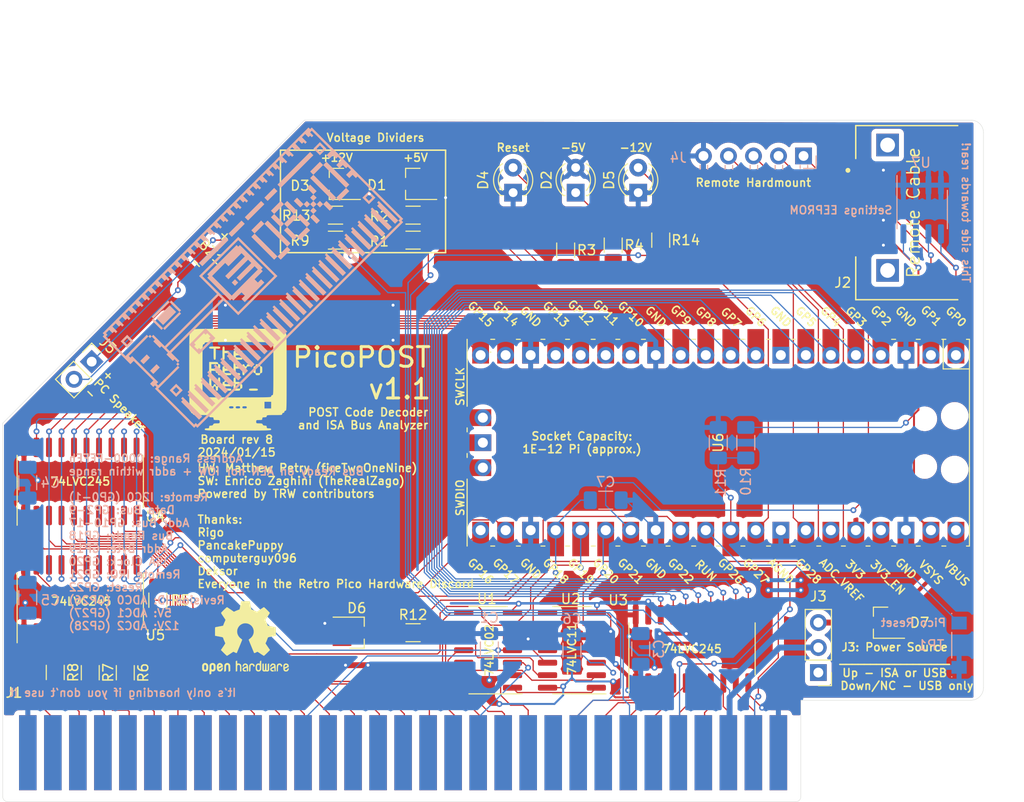
<source format=kicad_pcb>
(kicad_pcb (version 20221018) (generator pcbnew)
  (layers (0 "F.Cu" signal) (31 "B.Cu" signal) (34 "B.Paste" user) (35 "F.Paste" user) (36 "B.SilkS" user "B.Silkscreen") (37 "F.SilkS" user "F.Silkscreen") (38 "B.Mask" user) (39 "F.Mask" user) (44 "Edge.Cuts" user))
  (net 0 "")
  (net 1 "GND")
  (net 2 "+3V3")
  (net 3 "/+12Vmon")
  (net 4 "Net-(BZ1--)")
  (net 5 "Net-(BZ1-+)")
  (net 6 "/+5Vmon")
  (net 7 "/ISAreset")
  (net 8 "/busReady")
  (net 10 "Net-(D2-K)")
  (net 11 "Net-(D4-A)")
  (net 12 "Net-(D5-A)")
  (net 13 "Net-(J3-Pin_3)")
  (net 14 "+5VL")
  (net 15 "Net-(J1-RESET)")
  (net 17 "/IOW")
  (net 18 "Net-(J1--5V)")
  (net 20 "Net-(J1--12V)")
  (net 31 "Net-(J1-CLK)")
  (net 36 "/BD7")
  (net 37 "/BD6")
  (net 38 "/BD5")
  (net 39 "/BD4")
  (net 40 "/BD3")
  (net 41 "/BD2")
  (net 42 "/BD1")
  (net 43 "/BD0")
  (net 50 "/BA15")
  (net 51 "/BA14")
  (net 52 "/BA13")
  (net 53 "/BA12")
  (net 54 "/BA11")
  (net 55 "/BA10")
  (net 56 "/BA9")
  (net 58 "/BA7")
  (net 60 "/BA5")
  (net 61 "Net-(J1-AEN)")
  (net 62 "/BA3")
  (net 63 "Net-(J1-BA19)")
  (net 64 "/BA1")
  (net 65 "/BA0")
  (net 66 "+5V")
  (net 67 "+12V")
  (net 68 "Net-(J1-BA18)")
  (net 69 "Net-(J1-BA17)")
  (net 70 "/I2C_SDA")
  (net 71 "/I2C_SCL")
  (net 72 "/BA8")
  (net 73 "/BA6")
  (net 74 "/BA4")
  (net 75 "/BA2")
  (net 76 "Net-(U1-Pad1)")
  (net 77 "Net-(J1-BA16)")
  (net 78 "Net-(J1-BA08)")
  (net 79 "/PD7")
  (net 80 "/PD6")
  (net 81 "/PD5")
  (net 82 "/PD4")
  (net 83 "/PD3")
  (net 84 "/PD2")
  (net 85 "/PD1")
  (net 86 "/PD0")
  (net 87 "/PA7")
  (net 88 "/PA6")
  (net 89 "/PA5")
  (net 90 "/PA4")
  (net 91 "/PA3")
  (net 92 "/PA2")
  (net 93 "/PA1")
  (net 94 "/PA0")
  (net 95 "Net-(J1-BA06)")
  (net 96 "Net-(U1-Pad10)")
  (net 97 "Net-(U1-Pad13)")
  (net 98 "Net-(J1-BA04)")
  (net 99 "Net-(J1-BA02)")
  (net 101 "/revDetect")
  (net 102 "/picoReset")
  (net 103 "Net-(U4-CE)")
  (net 104 "/CEbyte")
  (net 105 "/ISAclk")
  (net 106 "/remoteIRQ")
  (footprint "Package_SO:SO-20_5.3x12.6mm_P1.27mm" (layer "F.Cu") (at 108.707 98.933 90)
    (fp_text reference "U4")
    (fp_text value "74LVC245")
  )
  (footprint "Package_TO_SOT_SMD:SOT-23_Handsoldering" (layer "F.Cu") (at 134.747 68.707 180)
    (fp_text reference "D3")
    (fp_text value "BAT54S")
  )
  (footprint "LED_THT:LED_D3.0mm" (layer "F.Cu") (at 159.004 69.596 90)
    (fp_text reference "D2")
    (fp_text value "green")
  )
  (footprint "Resistor_SMD:R_1206_3216Metric_Pad1.30x1.75mm_HandSolder" (layer "F.Cu") (at 134.62 71.882)
    (fp_text reference "R13")
    (fp_text value "12k")
  )
  (footprint "Resistor_SMD:R_1206_3216Metric_Pad1.30x1.75mm_HandSolder" (layer "F.Cu") (at 113.279 118.364 -90)
    (fp_text reference "R6")
    (fp_text value "1000")
  )
  (footprint "LED_THT:LED_D3.0mm" (layer "F.Cu") (at 152.654 69.596 90)
    (fp_text reference "D4")
    (fp_text value "red")
  )
  (footprint "Resistor_SMD:R_1206_3216Metric_Pad1.30x1.75mm_HandSolder" (layer "F.Cu") (at 116.581 110.998 -90)
    (fp_text reference "R5")
    (fp_text value "1000")
  )
  (footprint "Package_TO_SOT_SMD:SOT-23_Handsoldering" (layer "F.Cu") (at 189.992 113.284 180)
    (fp_text reference "D7")
    (fp_text value "BAT54S")
  )
  (footprint "Connector_PinHeader_2.54mm:PinHeader_1x02_P2.54mm_Vertical" (layer "F.Cu") (at 109.867561 86.763794 -45)
    (fp_text reference "J5")
    (fp_text value "Buzzer")
  )
  (footprint "Resistor_SMD:R_1206_3216Metric_Pad1.30x1.75mm_HandSolder" (layer "F.Cu") (at 162.814 74.93 -90)
    (fp_text reference "R4")
    (fp_text value "330")
  )
  (footprint "modified ICs:TO-236AB_diode" (layer "F.Cu") (at 136.779 114.3)
    (fp_text reference "D6")
    (fp_text value "3.3V")
  )
  (footprint "eec:Molex-47080-4001-0-0-0" (layer "F.Cu") (at 193.294 71.628 90)
    (fp_text reference "J2")
    (fp_text value "Remote Cable")
  )
  (footprint "Package_SO:SO-20_5.3x12.6mm_P1.27mm" (layer "F.Cu") (at 170.815 115.951 90)
    (fp_text reference "U3")
    (fp_text value "74LVC245")
  )
  (footprint "Resistor_SMD:R_1206_3216Metric_Pad1.30x1.75mm_HandSolder" (layer "F.Cu") (at 134.62 74.422 180)
    (fp_text reference "R9")
    (fp_text value "47k")
  )
  (footprint "Resistor_SMD:R_1206_3216Metric_Pad1.30x1.75mm_HandSolder" (layer "F.Cu") (at 142.494 74.422 180)
    (fp_text reference "R1")
    (fp_text value "39k")
  )
  (footprint "Package_TO_SOT_SMD:SOT-23_Handsoldering" (layer "F.Cu") (at 142.494 68.707 180)
    (fp_text reference "D1")
    (fp_text value "BAT54S")
  )
  (footprint "Package_SO:SO-14_3.9x8.65mm_P1.27mm" (layer "F.Cu") (at 150.114 116.078 180)
    (fp_text reference "U1")
    (fp_text value "74LVC02")
  )
  (footprint "Resistor_SMD:R_1206_3216Metric_Pad1.30x1.75mm_HandSolder" (layer "F.Cu") (at 109.723 118.364 -90)
    (fp_text reference "R7")
    (fp_text value "1000")
  )
  (footprint "Resistor_SMD:R_1206_3216Metric_Pad1.30x1.75mm_HandSolder" (layer "F.Cu") (at 106.167 118.338 -90)
    (fp_text reference "R8")
    (fp_text value "1000")
  )
  (footprint "Resistor_SMD:R_1206_3216Metric_Pad1.30x1.75mm_HandSolder" (layer "F.Cu") (at 142.494 71.882)
    (fp_text reference "R2")
    (fp_text value "47k")
  )
  (footprint "LED_THT:LED_D3.0mm" (layer "F.Cu") (at 165.354 69.596 90)
    (fp_text reference "D5")
    (fp_text value "green")
  )
  (footprint "Connector_PinHeader_2.54mm:PinHeader_1x03_P2.54mm_Vertical" (layer "F.Cu") (at 183.642 118.349 180)
    (fp_text reference "J3")
    (fp_text value "Power Select Jumper")
  )
  (footprint "Resistor_SMD:R_1206_3216Metric_Pad1.30x1.75mm_HandSolder" (layer "F.Cu") (at 167.64 74.422 -90)
    (fp_text reference "R14")
    (fp_text value "1000")
  )
  (footprint "modified ICs:7.6mm side mount buzzer" (layer "F.Cu") (at 123.952 78.994 -45)
    (fp_text reference "BZ1")
    (fp_text value "Buzzer")
  )
  (footprint "Resistor_SMD:R_1206_3216Metric_Pad1.30x1.75mm_HandSolder" (layer "F.Cu") (at 157.988 75.438 -90)
    (fp_text reference "R3")
    (fp_text value "330")
  )
  (footprint "MCU_RaspberryPi_and_Boards:RPi_Pico_SMD_TH" (layer "F.Cu") (at 173.482 94.996 -90)
    (fp_text reference "U6")
    (fp_text value "Pico")
  )
  (footprint "Resistor_SMD:R_1206_3216Metric_Pad1.30x1.75mm_HandSolder" (layer "F.Cu") (at 142.494 114.3)
    (fp_text reference "R12")
    (fp_text value "1000")
  )
  (footprint "Package_SO:SO-14_3.9x8.65mm_P1.27mm" (layer "F.Cu") (at 158.623 116.078 180)
    (fp_text reference "U2")
    (fp_text value "74LVC11")
  )
  (footprint "IDEcardedge:BUS_IDE8" (layer "F.Cu") (at 179.583 126.492)
    (fp_text reference "J1")
    (fp_text value "PCB_Finger_ISA_8bit")
  )
  (footprint "Symbol:OSHW-Logo2_9.8x8mm_SilkScreen" (layer "F.Cu") (at 125.476 114.808)
    (fp_text reference "REF**" hide)
    (fp_text value "OSHW-Logo2_9.8x8mm_SilkScreen" hide)
  )
  (footprint "modified ICs:TRW_logo" (layer "F.Cu") (at 124.714 88.5952)
    (fp_text reference "G***")
    (fp_text value "LOGO" hide)
  )
  (footprint "Package_SO:SO-20_5.3x12.6mm_P1.27mm" (layer "F.Cu") (at 108.707 110.871 90)
    (fp_text reference "U5")
    (fp_text value "74LVC245")
  )
  (footprint "modified ICs:6mm single side button" (layer "B.Cu") (at 193.9545 115.57 180)
    (fp_text reference "TP1")
    (fp_text value "Pico Reset")
  )
  (footprint "Capacitor_SMD:C_1206_3216Metric_Pad1.33x1.80mm_HandSolder" (layer "B.Cu") (at 165.608 115.951 90)
    (fp_text reference "C3")
    (fp_text value "100n")
  )
  (footprint "Capacitor_SMD:C_1206_3216Metric_Pad1.33x1.80mm_HandSolder" (layer "B.Cu") (at 103.373 99.06 90)
    (fp_text reference "C4")
    (fp_text value "100n")
  )
  (footprint "Capacitor_SMD:C_1206_3216Metric_Pad1.33x1.80mm_HandSolder" (layer "B.Cu") (at 158.623 116.078 -90)
    (fp_text reference "C6")
    (fp_text value "100n")
  )
  (footprint "modified ICs:picopost_logo" (layer "B.Cu") (at 126.238 78.232 -135)
    (fp_text reference ".")
    (fp_text value "LOGO" hide)
  )
  (footprint "Package_SO:SOIC-8_3.9x4.9mm_P1.27mm" (layer "B.Cu") (at 194.183 71.309 -90)
    (fp_text reference "U7")
    (fp_text value "24LC00")
  )
  (footprint "Capacitor_SMD:C_1206_3216Metric_Pad1.33x1.80mm_HandSolder" (layer "B.Cu") (at 150.241 115.951 -90)
    (fp_text reference "C1")
    (fp_text value "100n")
  )
  (footprint "Capacitor_SMD:C_1206_3216Metric_Pad1.33x1.80mm_HandSolder" (layer "B.Cu") (at 162.052 100.838 180)
    (fp_text reference "C7")
    (fp_text value "1n")
  )
  (footprint "Connector_PinHeader_2.54mm:PinHeader_1x05_P2.54mm_Horizontal" (layer "B.Cu") (at 182.138 65.868 90)
    (fp_text reference "J4")
    (fp_text value "Remote Hardmount Connector")
  )
  (footprint "Resistor_SMD:R_1206_3216Metric_Pad1.30x1.75mm_HandSolder" (layer "B.Cu") (at 173.482 94.996 90)
    (fp_text reference "R11")
    (fp_text value "10k")
  )
  (footprint "Capacitor_SMD:C_1206_3216Metric_Pad1.33x1.80mm_HandSolder" (layer "B.Cu") (at 103.373 110.744 -90)
    (fp_text reference "C5")
    (fp_text value "100n")
  )
  (footprint "Resistor_SMD:R_1206_3216Metric_Pad1.30x1.75mm_HandSolder" (layer "B.Cu") (at 176.276 94.996 -90)
    (fp_text reference "R10")
    (fp_text value "68k")
  )
  (gr_line (start 129.032 65.278) (end 129.032 75.692) (stroke (width 0.1524)) (layer "F.SilkS"))
  (gr_line (start 129.032 75.692) (end 145.796 75.692) (stroke (width 0.1524)) (layer "F.SilkS"))
  (gr_line (start 150.368 85.8012) (end 150.368 85.8012) (stroke (width 0.1524)) (layer "F.SilkS"))
  (gr_line (start 145.796 75.692) (end 145.796 65.278) (stroke (width 0.1524)) (layer "F.SilkS"))
  (gr_line (start 145.796 65.278) (end 129.032 65.278) (stroke (width 0.1524)) (layer "F.SilkS"))
  (gr_arc (start 101.346 131.46679) (mid 100.98679 131.318) (end 100.838 130.95879) (stroke (width 0.0381)) (layer "Edge.Cuts"))
  (gr_line (start 200.406 119.888) (end 200.406 63.5) (stroke (width 0.0381)) (layer "Edge.Cuts"))
  (gr_line (start 100.838 130.95879) (end 100.838 93.0148) (stroke (width 0.0381)) (layer "Edge.Cuts"))
  (gr_line (start 181.864 121.158) (end 181.864 130.95879) (stroke (width 0.0381)) (layer "Edge.Cuts"))
  (gr_line (start 181.864 121.158) (end 199.136 121.158) (stroke (width 0.0381)) (layer "Edge.Cuts"))
  (gr_arc (start 199.136 62.23) (mid 200.034026 62.601974) (end 200.406 63.5) (stroke (width 0.0381)) (layer "Edge.Cuts"))
  (gr_line (start 101.346 131.46679) (end 181.356 131.46679) (stroke (width 0.0381)) (layer "Edge.Cuts"))
  (gr_line (start 199.136 62.23) (end 181.864 62.23) (stroke (width 0.0381)) (layer "Edge.Cuts"))
  (gr_line (start 181.864 62.23) (end 131.4704 62.23) (stroke (width 0.0381)) (layer "Edge.Cuts"))
  (gr_arc (start 200.406 119.888) (mid 200.034026 120.786026) (end 199.136 121.158) (stroke (width 0.0381)) (layer "Edge.Cuts"))
  (gr_arc (start 181.864 130.95879) (mid 181.71521 131.318) (end 181.356 131.46679) (stroke (width 0.0381)) (layer "Edge.Cuts"))
  (gr_line (start 100.838 93.0148) (end 131.4704 62.23) (stroke (width 0.0381)) (layer "Edge.Cuts"))
  (gr_text "Pico Reset" (at 193.294 113.284) (layer "B.SilkS") (effects (font (size 0.8128 0.8128) (thickness 0.1524)) (justify mirror)))
  (gr_text "This side towards rear!" (at 198.628 71.628 -90) (layer "B.SilkS") (effects (font (size 0.8128 0.8128) (thickness 0.1524)) (justify mirror)))
  (gr_text "Settings EEPROM" (at 185.928 71.374) (layer "B.SilkS") (effects (font (size 0.8128 0.8128) (thickness 0.1524)) (justify mirror)))
  (gr_text "It's only hoarding if you don't use it" (at 113.03 120.396) (layer "B.SilkS") (effects (font (size 0.8128 0.8128) (thickness 0.1524)) (justify mirror)))
  (gr_text "Address Range: 0000-FFFFh\nBus Ready on AEN nor IOW + addr within range\n\nRemote: I2C0 (GP0-1)\nData Bus: GP2-9\nAddr Bus: GP10-17\nBus Ready: GP18\nAddr Byte: GP19\nISA Clock: GP20\nRemote IRQ: GP21\nReset: GP22\nRevision ID: ADC0 (GP26)\n5V: ADC1 (GP27)\n12V: ADC2 (GP28)" (at 107.442 105.1052) (layer "B.SilkS") (effects (font (size 0.8128 0.8128) (thickness 0.1524)) (justify right mirror)))
  (gr_text "-5V" (at 158.75 65.024) (layer "F.SilkS") (effects (font (size 0.8128 0.8128) (thickness 0.1524))))
  (gr_text "Socket Capacity:\n1E-12 Pi (approx.)" (at 159.639 94.996) (layer "F.SilkS") (effects (font (size 0.8128 0.8128) (thickness 0.1524))))
  (gr_text "POST Code Decoder\nand ISA Bus Analyzer" (at 144.1196 92.5576) (layer "F.SilkS") (effects (font (size 0.8128 0.8128) (thickness 0.1524)) (justify right)))
  (gr_text "+\nPC Speaker\n-" (at 110.236 88.646 315) (layer "F.SilkS") (effects (font (size 0.8 0.8)) (justify left)))
  (gr_text "Voltage Dividers" (at 138.684 64.008) (layer "F.SilkS") (effects (font (size 0.8128 0.8128) (thickness 0.1524))))
  (gr_text "-12V" (at 165.1 65.024) (layer "F.SilkS") (effects (font (size 0.8128 0.8128) (thickness 0.1524))))
  (gr_text "J3: Power Source\n__________________\nUp - ISA or USB\n    Down/NC - USB only" (at 191.389 117.729) (layer "F.SilkS") (effects (font (size 0.8128 0.8128) (thickness 0.1524))))
  (gr_text "74LVC02" (at 150.241 116.078 90) (layer "F.SilkS") (effects (font (size 0.8128 0.8128) (thickness 0.1524))))
  (gr_text "74LVC245" (at 170.815 115.951) (layer "F.SilkS") (effects (font (size 0.8128 0.8128) (thickness 0.1524))))
  (gr_text "HW: Matthew Petry (fireTwoOneNine)\nSW: Enrico Zaghini (TheRealZago)\nPowered by TRW contributors\n\nThanks:\nRigo\nPancakePuppy\ncomputerguy096\nDeksor\nEveryone in the Retro Pico Hardware Discord" (at 120.523 103.4542) (layer "F.SilkS") (effects (font (size 0.8128 0.8128) (thickness 0.1524)) (justify left)))
  (gr_text "74LVC245" (at 108.712 98.933) (layer "F.SilkS") (effects (font (size 0.8128 0.8128) (thickness 0.1524))))
  (gr_text "Remote Hardmount" (at 177.038 68.58) (layer "F.SilkS") (effects (font (size 0.8128 0.8128) (thickness 0.1524))))
  (gr_text "74LVC11" (at 158.623 115.951 90) (layer "F.SilkS") (effects (font (size 0.8128 0.8128) (thickness 0.1524))))
  (gr_text "PicoPOST\nv1.1" (at 144.4752 87.9348) (layer "F.SilkS") (effects (font (size 2 2) (thickness 0.3)) (justify right)))
  (gr_text "+12V" (at 134.747 66.04) (layer "F.SilkS") (effects (font (size 0.8128 0.8128) (thickness 0.1524))))
  (gr_text "Board rev 8\n2024/01/15" (at 124.587 95.3262) (layer "F.SilkS") (effects (font (size 0.8128 0.8128) (thickness 0.1524))))
  (gr_text "74LVC245" (at 108.839 111.125) (layer "F.SilkS") (effects (font (size 0.8128 0.8128) (thickness 0.1524))))
  (gr_text "+5V" (at 142.748 66.04) (layer "F.SilkS") (effects (font (size 0.8128 0.8128) (thickness 0.1524))))
  (gr_text "Reset" (at 152.654 65.024) (layer "F.SilkS") (effects (font (size 0.8128 0.8128) (thickness 0.1524))))
  (gr_text "GP9" (at 169.672 82.042 315) (layer "F.SilkS") (effects (font (size 0.8 0.8))))
  (segment (start 152.589 112.268) (end 152.589 111.9774) (width 0.127) (layer "F.Cu") (net 1))
  (segment (start 176.53 119.4135) (end 176.53 120.523) (width 0.127) (layer "F.Cu") (net 1))
  (segment (start 135.636 117.602) (end 137.922 117.602) (width 0.6) (layer "F.Cu") (net 1))
  (segment (start 161.163 111.506) (end 161.163 112.203) (width 0.127) (layer "F.Cu") (net 1))
  (segment (start 137.983 69.657) (end 138.049 69.723) (width 0.127) (layer "F.Cu") (net 1))
  (segment (start 168.5544 115.4176) (end 171.2468 115.4176) (width 0.4) (layer "F.Cu") (net 1))
  (segment (start 115.4765 114.3335) (end 115.57 114.427) (width 0.2) (layer "F.Cu") (net 1))
  (segment (start 152.589 111.9774) (end 153.2128 111.3536) (width 0.127) (layer "F.Cu") (net 1))
  (segment (start 190.246 72.39) (end 188.984 71.128) (width 0.2) (layer "F.Cu") (net 1))
  (segment (start 188.322 67.31) (end 188.314 67.318) (width 0.2) (layer "F.Cu") (net 1))
  (segment (start 136.17 71.882) (end 136.247 71.805) (width 0.127) (layer "F.Cu") (net 1))
  (segment (start 114.422 114.3335) (end 115.4765 114.3335) (width 0.2) (layer "F.Cu") (net 1))
  (segment (start 163.068 117.475) (end 164.338 118.745) (width 0.4) (layer "F.Cu") (net 1))
  (segment (start 166.37 112.4885) (end 166.37 111.125) (width 0.127) (layer "F.Cu") (net 1))
  (segment (start 161.163 112.203) (end 161.098 112.268) (width 0.127) (layer "F.Cu") (net 1))
  (segment (start 145.349 69.657) (end 143.994 69.657) (width 0.127) (layer "F.Cu") (net 1))
  (segment (start 145.796 70.104) (end 145.349 69.657) (width 0.127) (layer "F.Cu") (net 1))
  (segment (start 162.56 112.649) (end 162.56 114.173) (width 0.127) (layer "F.Cu") (net 1))
  (segment (start 162.179 112.268) (end 162.56 112.649) (width 0.127) (layer "F.Cu") (net 1))
  (segment (start 115.57 102.362) (end 115.5365 102.3955) (width 0.2) (layer "F.Cu") (net 1))
  (segment (start 152.589 112.268) (end 153.035 112.268) (width 0.2) (layer "F.Cu") (net 1))
  (segment (start 135.279 113.35) (end 133.538 113.35) (width 0.2) (layer "F.Cu") (net 1))
  (segment (start 144.044 69.707) (end 144.044 71.882) (width 0.127) (layer "F.Cu") (net 1))
  (segment (start 136.247 69.657) (end 137.983 69.657) (width 0.127) (layer "F.Cu") (net 1))
  (segment (start 188.984 71.128) (end 188.314 71.128) (width 0.2) (layer "F.Cu") (net 1))
  (segment (start 190.246 74.93) (end 188.322 74.93) (width 0.2) (layer "F.Cu") (net 1))
  (segment (start 152.589 114.808) (end 154.051 114.808) (width 0.2) (layer "F.Cu") (net 1))
  (segment (start 116.205 103.505) (end 117.602 102.108) (width 0.4) (layer "F.Cu") (net 1))
  (segment (start 136.247 71.805) (end 136.247 69.657) (width 0.127) (layer "F.Cu") (net 1))
  (segment (start 114.422 102.3955) (end 115.5365 102.3955) (width 0.2) (layer "F.Cu") (net 1))
  (segment (start 154.051 114.808) (end 154.178 114.935) (width 0.2) (layer "F.Cu") (net 1))
  (segment (start 164.338 118.745) (end 164.338 120.142) (width 0.4) (layer "F.Cu") (net 1))
  (segment (start 190.246 67.31) (end 188.322 67.31) (width 0.2) (layer "F.Cu") (net 1))
  (segment (start 176.53 120.523) (end 177.927 121.92) (width 0.127) (layer "F.Cu") (net 1))
  (segment (start 143.994 69.657) (end 144.044 69.707) (width 0.127) (layer "F.Cu") (net 1))
  (segment (start 167.5384 114.4016) (end 170.2308 114.4016) (width 0.4) (layer "F.Cu") (net 1))
  (segment (start 161.098 112.268) (end 162.179 112.268) (width 0.127) (layer "F.Cu") (net 1))
  (segment (start 188.322 74.93) (end 188.314 74.938) (width 0.2) (layer "F.Cu") (net 1))
  (via (at 154.178 114.935) (size 0.6) (drill 0.3) (layers "F.Cu" "B.Cu") (net 1))
  (via (at 177.927 121.92) (size 0.6) (drill 0.3) (layers "F.Cu" "B.Cu") (net 1))
  (via (at 163.068 117.475) (size 0.6) (drill 0.3) (layers "F.Cu" "B.Cu") (net 1))
  (via (at 164.338 120.142) (size 0.6) (drill 0.3) (layers "F.Cu" "B.Cu") (net 1))
  (via (at 153.2128 111.3536) (size 0.6) (drill 0.3) (layers "F.Cu" "B.Cu") (net 1))
  (via (at 116.205 103.505) (size 0.6) (drill 0.3) (layers "F.Cu" "B.Cu") (net 1))
  (via (at 133.538 113.35) (size 0.6) (drill 0.3) (layers "F.Cu" "B.Cu") (net 1))
  (via (at 190.246 67.31) (size 0.6) (drill 0.3) (layers "F.Cu" "B.Cu") (net 1))
  (via (at 138.049 69.723) (size 0.6) (drill 0.3) (layers "F.Cu" "B.Cu") (net 1))
  (via (at 170.2308 114.4016) (size 0.6) (drill 0.3) (layers "F.Cu" "B.Cu") (net 1))
  (via (at 115.57 114.427) (size 0.6) (drill 0.3) (layers "F.Cu" "B.Cu") (net 1))
  (via (at 145.796 70.104) (size 0.6) (drill 0.3) (layers "F.Cu" "B.Cu") (net 1))
  (via (at 167.5384 114.4016) (size 0.6) (drill 0.3) (layers "F.Cu" "B.Cu") (net 1))
  (via (at 190.246 72.39) (size 0.6) (drill 0.3) (layers "F.Cu" "B.Cu") (net 1))
  (via (at 171.2468 115.4176) (size 0.6) (drill 0.3) (layers "F.Cu" "B.Cu") (net 1))
  (via (at 162.56 114.173) (size 0.6) (drill 0.3) (layers "F.Cu" "B.Cu") (net 1))
  (via (at 115.57 102.362) (size 0.6) (drill 0.3) (layers "F.Cu" "B.Cu") (net 1))
  (via (at 168.5544 115.4176) (size 0.6) (drill 0.3) (layers "F.Cu" "B.Cu") (net 1))
  (via (at 190.246 74.93) (size 0.6) (drill 0.3) (layers "F.Cu" "B.Cu") (net 1))
  (via (at 166.37 111.125) (size 0.6) (drill 0.3) (layers "F.Cu" "B.Cu") (net 1))
  (via (at 117.602 102.108) (size 0.6) (drill 0.3) (layers "F.Cu" "B.Cu") (net 1))
  (via (at 137.922 117.602) (size 0.6) (drill 0.3) (layers "F.Cu" "B.Cu") (net 1))
  (via (at 135.636 117.602) (size 0.6) (drill 0.3) (layers "F.Cu" "B.Cu") (net 1))
  (via (at 161.163 111.506) (size 0.6) (drill 0.3) (layers "F.Cu" "B.Cu") (net 1))
  (segment (start 163.6145 100.838) (end 164.084 100.838) (width 0.127) (layer "B.Cu") (net 1))
  (segment (start 104.9655 110.6805) (end 105.029 110.744) (width 0.2) (layer "B.Cu") (net 1))
  (segment (start 103.4665 109.1815) (end 104.9655 110.6805) (width 0.2) (layer "B.Cu") (net 1))
  (segment (start 161.544 111.125) (end 161.163 111.506) (width 0.127) (layer "B.Cu") (net 1))
  (segment (start 103.373 109.1815) (end 103.4665 109.1815) (width 0.2) (layer "B.Cu") (net 1))
  (segment (start 164.084 100.838) (end 167.132 103.886) (width 0.127) (layer "B.Cu") (net 1))
  (segment (start 166.37 111.125) (end 161.544 111.125) (width 0.127) (layer "B.Cu") (net 1))
  (segment (start 162.814 119.253) (end 162.814 120.65) (width 0.2) (layer "F.Cu") (net 2))
  (segment (start 156.148 119.888) (end 157.607 119.888) (width 0.127) (layer "F.Cu") (net 2))
  (segment (start 164.37402 120.86798) (end 165.1 120.142) (width 0.2) (layer "F.Cu") (net 2))
  (segment (start 161.098 114.808) (end 161.098 116.078) (width 0.127) (layer "F.Cu") (net 2))
  (segment (start 163.03198 120.86798) (end 164.37402 120.86798) (width 0.2) (layer "F.Cu") (net 2))
  (segment (start 102.992 114.3335) (end 102.992 111.384) (width 0.2) (layer "F.Cu") (net 2))
  (segment (start 102.992 111.384) (end 103.124 111.252) (width 0.2) (layer "F.Cu") (net 2))
  (segment (start 157.607 119.888) (end 157.734 119.761) (width 0.127) (layer "F.Cu") (net 2))
  (segment (start 162.814 120.65) (end 163.03198 120.86798) (width 0.2) (layer "F.Cu") (net 2))
  (segment (start 165.1 120.142) (end 165.1 119.4135) (width 0.127) (layer "F.Cu") (net 2))
  (via (at 178.562 109.982) (size 0.6) (drill 0.3) (layers "F.Cu" "B.Cu") (net 2))
  (via (at 104.394 98.806) (size 0.6) (drill 0.3) (layers "F.Cu" "B.Cu") (net 2))
  (via (at 103.124 111.252) (size 0.6) (drill 0.3) (layers "F.Cu" "B.Cu") (net 2))
  (via (at 140.462 81.026) (size 0.6) (drill 0.3) (layers "F.Cu" "B.Cu") (net 2))
  (via (at 123.444 84.582) (size 0.6) (drill 0.3) (layers "F.Cu" "B.Cu") (net 2))
  (via (at 181.864 108.966) (size 0.6) (drill 0.3) (layers "F.Cu" "B.Cu") (net 2))
  (via (at 150.241 119.126) (size 0.6) (drill 0.3) (layers "F.Cu" "B.Cu") (net 2))
  (via (at 123.444 81.026) (size 0.6) (drill 0.3) (layers "F.Cu" "B.Cu") (net 2))
  (via (at 157.734 119.761) (size 0.6) (drill 0.3) (layers "F.Cu" "B.Cu") (net 2))
  (via (at 140.462 84.582) (size 0.6) (drill 0.3) (layers "F.Cu" "B.Cu") (net 2))
  (via (at 181.864 109.982) (size 0.6) (drill 0.3) (layers "F.Cu" "B.Cu") (net 2))
  (via (at 162.814 119.253) (size 0.6) (drill 0.3) (layers "F.Cu" "B.Cu") (net 2))
  (via (at 151.257 121.539) (size 0.6) (drill 0.3) (layers "F.Cu" "B.Cu") (net 2))
  (via (at 167.005 117.856) (size 0.6) (drill 0.3) (layers "F.Cu" "B.Cu") (net 2))
  (via (at 178.562 108.966) (size 0.6) (drill 0.3) (layers "F.Cu" "B.Cu") (net 2))
  (via (at 164.465 114.681) (size 0.6) (drill 0.3) (layers "F.Cu" "B.Cu") (net 2))
  (segment (start 158.623 118.872) (end 159.004 119.253) (width 0.2) (layer "B.Cu") (net 2))
  (segment (start 103.124 112.0575) (end 103.373 112.3065) (width 0.2) (layer "B.Cu") (net 2))
  (segment (start 156.845 121.539) (end 157.734 120.65) (width 0.2) (layer "B.Cu") (net 2))
  (segment (start 164.7575 114.3885) (end 164.465 114.681) (width 0.2) (layer "B.Cu") (net 2))
  (segment (start 178.562 109.982) (end 181.864 109.982) (width 0.4) (layer "B.Cu") (net 2))
  (segment (start 165.3714 116.586) (end 164.465 115.6796) (width 0.2) (layer "B.Cu") (net 2))
  (segment (start 167.005 117.856) (end 167.005 117.174099) (width 0.2) (layer "B.Cu") (net 2))
  (segment (start 164.465 115.6796) (end 164.465 114.681) (width 0.2) (layer "B.Cu") (net 2))
  (segment (start 159.004 119.253) (end 162.814 119.253) (width 0.2) (layer "B.Cu") (net 2))
  (segment (start 103.124 111.252) (end 103.124 112.0575) (width 0.2) (layer "B.Cu") (net 2))
  (segment (start 157.734 120.65) (end 157.734 119.761) (width 0.2) (layer "B.Cu") (net 2))
  (segment (start 103.373 97.785) (end 104.394 98.806) (width 0.2) (layer "B.Cu") (net 2))
  (segment (start 181.864 108.966) (end 178.562 108.966) (width 0.4) (layer "B.Cu") (net 2))
  (segment (start 158.623 118.872) (end 158.623 117.6405) (width 0.2) (layer "B.Cu") (net 2))
  (segment (start 167.005 117.174099) (end 166.416901 116.586) (width 0.2) (layer "B.Cu") (net 2))
  (segment (start 150.241 119.126) (end 150.241 117.5135) (width 0.127) (layer "B.Cu") (net 2))
  (segment (start 165.608 114.3885) (end 164.7575 114.3885) (width 0.2) (layer "B.Cu") (net 2))
  (segment (start 157.734 119.761) (end 158.623 118.872) (width 0.2) (layer "B.Cu") (net 2))
  (segment (start 166.416901 116.586) (end 165.3714 116.586) (width 0.2) (layer "B.Cu") (net 2))
  (segment (start 151.257 121.539) (end 156.845 121.539) (width 0.2) (layer "B.Cu") (net 2))
  (segment (start 103.373 97.4975) (end 103.373 97.785) (width 0.127) (layer "B.Cu") (net 2))
  (segment (start 145.415 66.929) (end 156.718 78.232) (width 0.127) (layer "F.Cu") (net 3))
  (segment (start 181.102 79.502) (end 181.102 102.616) (width 0.127) (layer "F.Cu") (net 3))
  (segment (start 133.07 71.882) (end 133.07 74.422) (width 0.127) (layer "F.Cu") (net 3))
  (segment (start 135.025 66.929) (end 145.415 66.929) (width 0.127) (layer "F.Cu") (net 3))
  (segment (start 133.07 71.882) (end 133.247 71.705) (width 0.127) (layer "F.Cu") (net 3))
  (segment (start 133.247 71.705) (end 133.247 68.707) (width 0.127) (layer "F.Cu") (net 3))
  (segment (start 179.832 78.232) (end 181.102 79.502) (width 0.127) (layer "F.Cu") (net 3))
  (segment (start 156.718 78.232) (end 164.846 78.232) (width 0.127) (layer "F.Cu") (net 3))
  (segment (start 133.247 68.707) (end 135.025 66.929) (width 0.127) (layer "F.Cu") (net 3))
  (segment (start 164.846 78.232) (end 179.832 78.232) (width 0.127) (layer "F.Cu") (net 3))
  (segment (start 181.102 102.616) (end 182.372 103.886) (width 0.127) (layer "F.Cu") (net 3))
  (segment (start 122.174 74.422) (end 122.920321 74.422) (width 0.127) (layer "F.Cu") (net 4))
  (segment (start 122.920321 74.422) (end 124.921868 72.420453) (width 0.127) (layer "F.Cu") (net 4))
  (via (at 122.174 74.422) (size 0.6) (drill 0.3) (layers "F.Cu" "B.Cu") (net 4))
  (segment (start 122.174 74.457355) (end 122.174 74.422) (width 0.127) (layer "B.Cu") (net 4))
  (segment (start 109.867561 86.763794) (end 122.174 74.457355) (width 0.127) (layer "B.Cu") (net 4))
  (segment (start 118.618 78.706501) (end 119.55026 77.774241) (width 0.127) (layer "F.Cu") (net 5))
  (segment (start 118.618 79.502) (end 118.618 78.706501) (width 0.127) (layer "F.Cu") (net 5))
  (via (at 118.618 79.502) (size 0.6) (drill 0.3) (layers "F.Cu" "B.Cu") (net 5))
  (segment (start 118.618 79.502) (end 118.600845 79.502) (width 0.127) (layer "B.Cu") (net 5))
  (segment (start 109.543 88.559845) (end 108.07151 88.559845) (width 0.127) (layer "B.Cu") (net 5))
  (segment (start 118.600845 79.502) (end 109.543 88.559845) (width 0.127) (layer "B.Cu") (net 5))
  (segment (start 178.562 102.616) (end 177.292 103.886) (width 0.127) (layer "F.Cu") (net 6))
  (segment (start 140.944 74.422) (end 140.944 71.882) (width 0.127) (layer "F.Cu") (net 6))
  (segment (start 155.702 78.74) (end 173.806022 78.74) (width 0.127) (layer "F.Cu") (net 6))
  (segment (start 140.994 68.707) (end 145.669 68.707) (width 0.127) (layer "F.Cu") (net 6))
  (segment (start 140.944 71.882) (end 140.994 71.832) (width 0.127) (layer "F.Cu") (net 6))
  (segment (start 145.669 68.707) (end 155.702 78.74) (width 0.127) (layer "F.Cu") (net 6))
  (segment (start 178.562 83.495978) (end 178.562 102.616) (width 0.127) (layer "F.Cu") (net 6))
  (segment (start 140.994 71.832) (end 140.994 68.707) (width 0.127) (layer "F.Cu") (net 6))
  (segment (start 173.806022 78.74) (end 178.562 83.495978) (width 0.127) (layer "F.Cu") (net 6))
  (segment (start 168.275 102.489) (end 169.672 103.886) (width 0.127) (layer "F.Cu") (net 7))
  (segment (start 155.702 106.68) (end 155.702 102.87) (width 0.127) (layer "F.Cu") (net 7))
  (segment (start 140.944 112.421) (end 142.772011 110.592989) (width 0.127) (layer "F.Cu") (net 7))
  (segment (start 151.789011 110.592989) (end 155.702 106.68) (width 0.127) (layer "F.Cu") (net 7))
  (segment (start 155.702 102.87) (end 156.083 102.489) (width 0.127) (layer "F.Cu") (net 7))
  (segment (start 140.944 114.3) (end 138.279 114.3) (width 0.127) (layer "F.Cu") (net 7))
  (segment (start 140.944 114.3) (end 140.944 112.421) (width 0.127) (layer "F.Cu") (net 7))
  (segment (start 142.772011 110.592989) (end 151.789011 110.592989) (width 0.127) (layer "F.Cu") (net 7))
  (segment (start 156.083 102.489) (end 168.275 102.489) (width 0.127) (layer "F.Cu") (net 7))
  (segment (start 156.148 117.348) (end 155.96214 117.348) (width 0.127) (layer "F.Cu") (net 8))
  (segment (start 155.96214 117.348) (end 154.686 116.07186) (width 0.127) (layer "F.Cu") (net 8))
  (segment (start 154.686 110.998) (end 156.972 108.712) (width 0.127) (layer "F.Cu") (net 8))
  (segment (start 156.972 108.712) (end 156.972 108.204) (width 0.127) (layer "F.Cu") (net 8))
  (segment (start 154.686 116.07186) (end 154.686 110.998) (width 0.127) (layer "F.Cu") (net 8))
  (via (at 156.972 108.204) (size 0.6) (drill 0.3) (layers "F.Cu" "B.Cu") (net 8))
  (segment (start 159.512 100.838) (end 156.972 103.378) (width 0.127) (layer "B.Cu") (net 8))
  (segment (start 160.4895 100.838) (end 159.512 100.838) (width 0.127) (layer "B.Cu") (net 8))
  (segment (start 156.972 108.204) (end 156.972 103.886) (width 0.127) (layer "B.Cu") (net 8))
  (segment (start 156.972 103.378) (end 156.972 103.886) (width 0.127) (layer "B.Cu") (net 8))
  (segment (start 159.03 69.596) (end 162.814 73.38) (width 0.127) (layer "F.Cu") (net 10))
  (segment (start 159.004 69.596) (end 159.03 69.596) (width 0.127) (layer "F.Cu") (net 10))
  (segment (start 157.988 72.618) (end 157.988 73.888) (width 0.127) (layer "F.Cu") (net 11))
  (segment (start 152.654 67.056) (end 152.654 67.284) (width 0.127) (layer "F.Cu") (net 11))
  (segment (start 152.654 67.284) (end 157.988 72.618) (width 0.127) (layer "F.Cu") (net 11))
  (segment (start 167.64 69.342) (end 165.354 67.056) (width 0.127) (layer "F.Cu") (net 12))
  (segment (start 167.64 72.872) (end 167.64 69.342) (width 0.127) (layer "F.Cu") (net 12))
  (segment (start 188.477 113.269) (end 188.492 113.284) (width 0.6) (layer "F.Cu") (net 13))
  (segment (start 183.642 113.269) (end 188.477 113.269) (width 0.6) (layer "F.Cu") (net 13))
  (segment (start 144.272 77.978) (end 144.044 77.75) (width 0.127) (layer "F.Cu") (net 14))
  (segment (start 144.044 77.75) (end 144.044 74.422) (width 0.127) (layer "F.Cu") (net 14))
  (via (at 144.272 77.978) (size 0.6) (drill 0.3) (layers "F.Cu" "B.Cu") (net 14))
  (segment (start 174.63 120.870978) (end 174.63 126.492) (width 0.6) (layer "B.Cu") (net 14))
  (segment (start 142.24048 108.20448) (end 142.24048 80.01048) (width 0.127) (layer "B.Cu") (net 14))
  (segment (start 174.63 120.870978) (end 174.63 120.136022) (width 0.127) (layer "B.Cu") (net 14))
  (segment (start 179.691978 115.809) (end 183.642 115.809) (width 0.6) (layer "B.Cu") (net 14))
  (segment (start 167.777978 113.284) (end 167.132 113.284) (width 0.127) (layer "B.Cu") (net 14))
  (segment (start 167.132 113.284) (end 165.86248 112.01448) (width 0.127) (layer "B.Cu") (net 14))
  (segment (start 174.63 120.870978) (end 179.691978 115.809) (width 0.6) (layer "B.Cu") (net 14))
  (segment (start 146.05048 112.01448) (end 142.24048 108.20448) (width 0.127) (layer "B.Cu") (net 14))
  (segment (start 165.86248 112.01448) (end 146.05048 112.01448) (width 0.127) (layer "B.Cu") (net 14))
  (segment (start 174.63 120.136022) (end 167.777978 113.284) (width 0.127) (layer "B.Cu") (net 14))
  (segment (start 142.24048 80.01048) (end 144.272 77.978) (width 0.127) (layer "B.Cu") (net 14))
  (segment (start 144.272 77.978) (end 144.14548 78.10548) (width 0.127) (layer "B.Cu") (net 14))
  (segment (start 177.546 120.777) (end 177.546 118.872) (width 0.127) (layer "F.Cu") (net 15))
  (segment (start 157.988 76.988) (end 158.724 77.724) (width 0.127) (layer "F.Cu") (net 15))
  (segment (start 183.007 107.061) (end 179.705 107.061) (width 0.127) (layer "F.Cu") (net 15))
  (segment (start 183.642 106.426) (end 183.007 107.061) (width 0.127) (layer "F.Cu") (net 15))
  (segment (start 152.146 110.998) (end 156.083 107.061) (width 0.127) (layer "F.Cu") (net 15))
  (segment (start 158.724 77.724) (end 179.832 77.724) (width 0.127) (layer "F.Cu") (net 15))
  (segment (start 156.083 107.061) (end 179.705 107.061) (width 0.127) (layer "F.Cu") (net 15))
  (segment (start 145.288 110.998) (end 152.146 110.998) (width 0.127) (layer "F.Cu") (net 15))
  (segment (start 177.546 118.872) (end 179.578 116.84) (width 0.127) (layer "F.Cu") (net 15))
  (segment (start 144.044 114.3) (end 144.044 112.242) (width 0.127) (layer "F.Cu") (net 15))
  (segment (start 144.044 112.242) (end 145.288 110.998) (width 0.127) (layer "F.Cu") (net 15))
  (segment (start 179.832 77.724) (end 183.642 81.534) (width 0.127) (layer "F.Cu") (net 15))
  (segment (start 179.578 116.84) (end 179.578 107.188) (width 0.127) (layer "F.Cu") (net 15))
  (segment (start 183.642 81.534) (end 183.642 106.426) (width 0.127) (layer "F.Cu") (net 15))
  (segment (start 179.578 107.188) (end 179.705 107.061) (width 0.127) (layer "F.Cu") (net 15))
  (via (at 177.546 120.777) (size 0.6) (drill 0.3) (layers "F.Cu" "B.Cu") (net 15))
  (segment (start 177.17 121.153) (end 177.17 126.492) (width 0.127) (layer "B.Cu") (net 15))
  (segment (start 177.546 120.777) (end 177.17 121.153) (width 0.127) (layer "B.Cu") (net 15))
  (segment (start 152.589 117.348) (end 153.67 117.348) (width 0.127) (layer "F.Cu") (net 17))
  (segment (start 153.67 117.348) (end 154.178 117.856) (width 0.127) (layer "F.Cu") (net 17))
  (via (at 154.178 117.856) (size 0.6) (drill 0.3) (layers "F.Cu" "B.Cu") (net 17))
  (segment (start 149.23 122.804) (end 149.23 126.492) (width 0.127) (layer "B.Cu") (net 17))
  (segment (start 154.178 117.856) (end 149.23 122.804) (width 0.127) (layer "B.Cu") (net 17))
  (segment (start 179.902022 77.216) (end 186.182 83.495978) (width 0.127) (layer "F.Cu") (net 18))
  (segment (start 163.55 77.216) (end 179.902022 77.216) (width 0.127) (layer "F.Cu") (net 18))
  (segment (start 162.814 76.48) (end 163.55 77.216) (width 0.127) (layer "F.Cu") (net 18))
  (segment (start 180.756011 111.922011) (end 180.664022 112.014) (width 0.127) (layer "F.Cu") (net 18))
  (segment (start 185.236022 107.442) (end 181.61 107.442) (width 0.127) (layer "F.Cu") (net 18))
  (segment (start 169.545 117.475) (end 173.01186 117.475) (width 0.127) (layer "F.Cu") (net 18))
  (segment (start 186.182 106.496022) (end 185.236022 107.442) (width 0.127) (layer "F.Cu") (net 18))
  (segment (start 180.756011 108.295989) (end 180.756011 111.922011) (width 0.127) (layer "F.Cu") (net 18))
  (segment (start 181.61 107.442) (end 180.756011 108.295989) (width 0.127) (layer "F.Cu") (net 18))
  (segment (start 173.01186 117.475) (end 173.05643 117.43043) (width 0.127) (layer "F.Cu") (net 18))
  (segment (start 186.182 83.495978) (end 186.182 106.496022) (width 0.127) (layer "F.Cu") (net 18))
  (via (at 173.05643 117.43043) (size 0.6) (drill 0.3) (layers "F.Cu" "B.Cu") (net 18))
  (via (at 180.756011 111.922011) (size 0.6) (drill 0.3) (layers "F.Cu" "B.Cu") (net 18))
  (via (at 169.545 117.475) (size 0.6) (drill 0.3) (layers "F.Cu" "B.Cu") (net 18))
  (segment (start 180.756011 111.922011) (end 175.247592 117.43043) (width 0.127) (layer "B.Cu") (net 18))
  (segment (start 169.55 117.48) (end 169.55 126.492) (width 0.127) (layer "B.Cu") (net 18))
  (segment (start 175.247592 117.43043) (end 173.05643 117.43043) (width 0.127) (layer "B.Cu") (net 18))
  (segment (start 169.545 117.475) (end 169.55 117.48) (width 0.127) (layer "B.Cu") (net 18))
  (segment (start 165.38 75.972) (end 167.64 75.972) (width 0.127) (layer "F.Cu") (net 20))
  (segment (start 165.354 75.946) (end 165.38 75.972) (width 0.127) (layer "F.Cu") (net 20))
  (via (at 165.354 75.946) (size 0.6) (drill 0.3) (layers "F.Cu" "B.Cu") (net 20))
  (segment (start 144.78048 75.946) (end 165.354 75.946) (width 0.127) (layer "B.Cu") (net 20))
  (segment (start 162.433 112.268) (end 145.945468 112.268) (width 0.127) (layer "B.Cu") (net 20))
  (segment (start 141.98648 108.309012) (end 141.98648 78.74) (width 0.127) (layer "B.Cu") (net 20))
  (segment (start 163.83 121.031) (end 163.83 113.665) (width 0.127) (layer "B.Cu") (net 20))
  (segment (start 164.47 121.671) (end 163.83 121.031) (width 0.127) (layer "B.Cu") (net 20))
  (segment (start 164.47 126.492) (end 164.47 121.671) (width 0.127) (layer "B.Cu") (net 20))
  (segment (start 163.83 113.665) (end 162.433 112.268) (width 0.127) (layer "B.Cu") (net 20))
  (segment (start 145.945468 112.268) (end 145.870734 112.193266) (width 0.127) (layer "B.Cu") (net 20))
  (segment (start 145.945948 112.26848) (end 145.870734 112.193266) (width 0.127) (layer "B.Cu") (net 20))
  (segment (start 141.98648 78.74) (end 144.78048 75.946) (width 0.127) (layer "B.Cu") (net 20))
  (segment (start 145.870734 112.193266) (end 141.98648 108.309012) (width 0.127) (layer "B.Cu") (net 20))
  (segment (start 161.098 117.348) (end 161.798 117.348) (width 0.127) (layer "F.Cu") (net 31))
  (segment (start 161.798 117.348) (end 162.814 118.364) (width 0.127) (layer "F.Cu") (net 31))
  (via (at 162.814 118.364) (size 0.6) (drill 0.3) (layers "F.Cu" "B.Cu") (net 31))
  (segment (start 137.84702 116.66098) (end 159.81802 116.66098) (width 0.127) (layer "B.Cu") (net 31))
  (segment (start 159.81802 116.66098) (end 160.50504 117.348) (width 0.127) (layer "B.Cu") (net 31))
  (segment (start 131.323 123.185) (end 137.84702 116.66098) (width 0.127) (layer "B.Cu") (net 31))
  (segment (start 160.50504 117.348) (end 161.798 117.348) (width 0.127) (layer "B.Cu") (net 31))
  (segment (start 161.798 117.348) (end 162.814 118.364) (width 0.127) (layer "B.Cu") (net 31))
  (segment (start 175.26 120.396) (end 177.17 122.306) (width 0.127) (layer "F.Cu") (net 36))
  (segment (start 177.17 122.306) (end 177.17 126.492) (width 0.127) (layer "F.Cu") (net 36))
  (segment (start 175.26 119.4135) (end 175.26 120.396) (width 0.127) (layer "F.Cu") (net 36))
  (segment (start 174.63 122.433) (end 174.63 126.492) (width 0.127) (layer "F.Cu") (net 37))
  (segment (start 173.99 121.793) (end 174.63 122.433) (width 0.127) (layer "F.Cu") (net 37))
  (segment (start 173.99 119.4135) (end 173.99 121.793) (width 0.127) (layer "F.Cu") (net 37))
  (segment (start 172.72 119.4135) (end 172.72 121.793) (width 0.127) (layer "F.Cu") (net 38))
  (segment (start 172.72 121.793) (end 172.09 122.423) (width 0.127) (layer "F.Cu") (net 38))
  (segment (start 172.09 122.423) (end 172.09 126.492) (width 0.127) (layer "F.Cu") (net 38))
  (segment (start 169.55 122.423) (end 169.55 126.492) (width 0.127) (layer "F.Cu") (net 39))
  (segment (start 171.45 120.523) (end 169.55 122.423) (width 0.127) (layer "F.Cu") (net 39))
  (segment (start 171.45 119.4135) (end 171.45 120.523) (width 0.127) (layer "F.Cu") (net 39))
  (segment (start 167.01 122.78186) (end 167.01 126.492) (width 0.127) (layer "F.Cu") (net 40))
  (segment (start 170.18 119.4135) (end 170.18 119.61186) (width 0.127) (layer "F.Cu") (net 40))
  (segment (start 170.18 119.61186) (end 167.01 122.78186) (width 0.127) (layer "F.Cu") (net 40))
  (segment (start 164.47 122.804) (end 164.47 126.492) (width 0.127) (layer "F.Cu") (net 41))
  (segment (start 166.85586 121.666) (end 165.608 121.666) (width 0.127) (layer "F.Cu") (net 41))
  (segment (start 168.91 119.4135) (end 168.91 119.61186) (width 0.127) (layer "F.Cu") (net 41))
  (segment (start 165.608 121.666) (end 164.47 122.804) (width 0.127) (layer "F.Cu") (net 41))
  (segment (start 168.91 119.61186) (end 166.85586 121.666) (width 0.127) (layer "F.Cu") (net 41))
  (segment (start 167.64 119.61186) (end 165.83938 121.41248) (width 0.127) (layer "F.Cu") (net 42))
  (segment (start 163.82904 121.412) (end 163.82952 121.41248) (width 0.127) (layer "F.Cu") (net 42))
  (segment (start 163.322 121.412) (end 163.82904 121.412) (width 0.127) (layer "F.Cu") (net 42))
  (segment (start 161.803 122.931) (end 163.322 121.412) (width 0.127) (layer "F.Cu") (net 42))
  (segment (start 165.83938 121.41248) (end 163.82952 121.41248) (width 0.127) (layer "F.Cu") (net 42))
  (segment (start 167.64 119.4135) (end 167.64 119.61186) (width 0.127) (layer "F.Cu") (net 42))
  (segment (start 166.37 119.61186) (end 164.82386 121.158) (width 0.127) (layer "F.Cu") (net 43))
  (segment (start 166.37 119.4135) (end 166.37 119.61186) (width 0.127) (layer "F.Cu") (net 43))
  (segment (start 160.782 121.158) (end 159.263 122.677) (width 0.127) (layer "F.Cu") (net 43))
  (segment (start 164.82386 121.158) (end 160.782 121.158) (width 0.127) (layer "F.Cu") (net 43))
  (segment (start 125.093376 119.251376) (end 138.301376 119.251376) (width 0.127) (layer "F.Cu") (net 50))
  (segment (start 138.301376 119.251376) (end 141.61 122.56) (width 0.127) (layer "F.Cu") (net 50))
  (segment (start 113.152 103.881) (end 113.284 104.013) (width 0.127) (layer "F.Cu") (net 50))
  (segment (start 119.38 113.538) (end 125.093376 119.251376) (width 0.127) (layer "F.Cu") (net 50))
  (segment (start 141.61 122.56) (end 141.61 126.492) (width 0.127) (layer "F.Cu") (net 50))
  (segment (start 115.816188 104.013) (end 119.38 107.57681) (width 0.127) (layer "F.Cu") (net 50))
  (segment (start 113.284 104.013) (end 115.816188 104.013) (width 0.127) (layer "F.Cu") (net 50))
  (segment (start 113.152 102.3955) (end 113.152 103.881) (width 0.127) (layer "F.Cu") (net 50))
  (segment (start 119.38 107.57681) (end 119.38 113.538) (width 0.127) (layer "F.Cu") (net 50))
  (segment (start 115.714056 104.2694) (end 119.126 107.681342) (width 0.127) (layer "F.Cu") (net 51))
  (segment (start 112.1434 104.2694) (end 115.714056 104.2694) (width 0.127) (layer "F.Cu") (net 51))
  (segment (start 124.965897 119.504896) (end 125.605104 119.504896) (width 0.127) (layer "F.Cu") (net 51))
  (segment (start 125.605104 119.504896) (end 136.014896 119.504896) (width 0.127) (layer "F.Cu") (net 51))
  (segment (start 139.07 122.56) (end 139.07 126.492) (width 0.127) (layer "F.Cu") (net 51))
  (segment (start 119.126 113.664999) (end 124.965897 119.504896) (width 0.127) (layer "F.Cu") (net 51))
  (segment (start 136.014896 119.504896) (end 139.07 122.56) (width 0.127) (layer "F.Cu") (net 51))
  (segment (start 111.882 104.008) (end 112.1434 104.2694) (width 0.127) (layer "F.Cu") (net 51))
  (segment (start 119.126 107.681342) (end 119.126 113.664999) (width 0.127) (layer "F.Cu") (net 51))
  (segment (start 124.965896 119.504896) (end 125.605104 119.504896) (width 0.127) (layer "F.Cu") (net 51))
  (segment (start 111.882 102.3955) (end 111.882 104.008) (width 0.127) (layer "F.Cu") (net 51))
  (segment (start 133.728416 119.758416) (end 136.53 122.56) (width 0.127) (layer "F.Cu") (net 52))
  (segment (start 118.872 113.769531) (end 124.860885 119.758416) (width 0.127) (layer "F.Cu") (net 52))
  (segment (start 124.860885 119.758416) (end 133.728416 119.758416) (width 0.127) (layer "F.Cu") (net 52))
  (segment (start 116.922063 105.835937) (end 118.872 107.785874) (width 0.127) (layer "F.Cu") (net 52))
  (segment (start 110.612 102.3955) (end 110.612 104.389) (width 0.127) (layer "F.Cu") (net 52))
  (segment (start 110.74592 104.52292) (end 115.609044 104.52292) (width 0.127) (layer "F.Cu") (net 52))
  (segment (start 110.612 104.389) (end 110.74592 104.52292) (width 0.127) (layer "F.Cu") (net 52))
  (segment (start 136.53 122.56) (end 136.53 126.492) (width 0.127) (layer "F.Cu") (net 52))
  (segment (start 115.609044 104.52292) (end 116.922063 105.835937) (width 0.127) (layer "F.Cu") (net 52))
  (segment (start 118.872 107.785874) (end 118.872 113.769531) (width 0.127) (layer "F.Cu") (net 52))
  (segment (start 118.618 113.896531) (end 124.733405 120.011936) (width 0.127) (layer "F.Cu") (net 53))
  (segment (start 109.347 102.4005) (end 109.347 104.521) (width 0.127) (layer "F.Cu") (net 53))
  (segment (start 115.504033 104.77644) (end 116.107797 105.380203) (width 0.127) (layer "F.Cu") (net 53))
  (segment (start 109.347 104.521) (end 109.60244 104.77644) (width 0.127) (layer "F.Cu") (net 53))
  (segment (start 109.342 102.3955) (end 109.347 102.4005) (width 0.127) (layer "F.Cu") (net 53))
  (segment (start 131.441936 120.011936) (end 133.99 122.56) (width 0.127) (layer "F.Cu") (net 53))
  (segment (start 118.618 107.890406) (end 118.618 113.896531) (width 0.127) (layer "F.Cu") (net 53))
  (segment (start 133.99 122.56) (end 133.99 126.492) (width 0.127) (layer "F.Cu") (net 53))
  (segment (start 109.60244 104.77644) (end 115.504033 104.77644) (width 0.127) (layer "F.Cu") (net 53))
  (segment (start 116.107797 105.380203) (end 118.618 107.890406) (width 0.127) (layer "F.Cu") (net 53))
  (segment (start 124.733405 120.011936) (end 131.441936 120.011936) (width 0.127) (layer "F.Cu") (net 53))
  (segment (start 108.072 102.3955) (end 108.072 104.643) (width 0.127) (layer "F.Cu") (net 54))
  (segment (start 118.364 107.994936) (end 118.364 114.017403) (width 0.127) (layer "F.Cu") (net 54))
  (segment (start 131.45 122.56) (end 131.45 126.492) (width 0.127) (layer "F.Cu") (net 54))
  (segment (start 118.364 114.017403) (end 124.616077 120.26948) (width 0.127) (layer "F.Cu") (net 54))
  (segment (start 108.072 104.643) (end 108.45896 105.02996) (width 0.127) (layer "F.Cu") (net 54))
  (segment (start 124.841 120.269) (end 129.159 120.269) (width 0.127) (layer "F.Cu") (net 54))
  (segment (start 129.159 120.269) (end 131.45 122.56) (width 0.127) (layer "F.Cu") (net 54))
  (segment (start 124.615596 120.269) (end 124.841 120.269) (width 0.127) (layer "F.Cu") (net 54))
  (segment (start 108.45896 105.02996) (end 115.399022 105.02996) (width 0.127) (layer "F.Cu") (net 54))
  (segment (start 115.399022 105.02996) (end 118.364 107.994936) (width 0.127) (layer "F.Cu") (net 54))
  (segment (start 106.802 104.77) (end 107.31548 105.28348) (width 0.127) (layer "F.Cu") (net 55))
  (segment (start 124.511065 120.523) (end 126.873 120.523) (width 0.127) (layer "F.Cu") (net 55))
  (segment (start 106.802 102.3955) (end 106.802 104.77) (width 0.127) (layer "F.Cu") (net 55))
  (segment (start 118.11 114.121935) (end 124.511065 120.523) (width 0.127) (layer "F.Cu") (net 55))
  (segment (start 118.11 108.099468) (end 118.11 114.121935) (width 0.127) (layer "F.Cu") (net 55))
  (segment (start 128.91 122.56) (end 128.91 126.492) (width 0.127) (layer "F.Cu") (net 55))
  (segment (start 126.873 120.523) (end 128.91 122.56) (width 0.127) (layer "F.Cu") (net 55))
  (segment (start 115.294011 105.28348) (end 118.11 108.099468) (width 0.127) (layer "F.Cu") (net 55))
  (segment (start 107.31548 105.28348) (end 115.294011 105.28348) (width 0.127) (layer "F.Cu") (net 55))
  (segment (start 117.856 108.204) (end 117.856 114.226467) (width 0.127) (layer "F.Cu") (net 56))
  (segment (start 105.532 102.3955) (end 105.532 104.897) (width 0.127) (layer "F.Cu") (net 56))
  (segment (start 124.616077 120.77652) (end 126.37 122.530443) (width 0.127) (layer "F.Cu") (net 56))
  (segment (start 126.37 122.530443) (end 126.37 126.492) (width 0.127) (layer "F.Cu") (net 56))
  (segment (start 105.532 104.897) (end 106.172 105.537) (width 0.127) (layer "F.Cu") (net 56))
  (segment (start 117.856 114.226467) (end 124.406053 120.77652) (width 0.127) (layer "F.Cu") (net 56))
  (segment (start 106.172 105.537) (end 115.189 105.537) (width 0.127) (layer "F.Cu") (net 56))
  (segment (start 115.189 105.537) (end 117.856 108.204) (width 0.127) (layer "F.Cu") (net 56))
  (segment (start 124.406053 120.77652) (end 124.616077 120.77652) (width 0.127) (layer "F.Cu") (net 56))
  (segment (start 113.152 115.057) (end 113.152 114.3335) (width 0.127) (layer "F.Cu") (net 58))
  (segment (start 113.792 115.697) (end 113.152 115.057) (width 0.127) (layer "F.Cu") (net 58))
  (segment (start 121.29 126.492) (end 121.29 122.415718) (width 0.127) (layer "F.Cu") (net 58))
  (segment (start 121.29 122.415718) (end 114.571282 115.697) (width 0.127) (layer "F.Cu") (net 58))
  (segment (start 114.571282 115.697) (end 113.792 115.697) (width 0.127) (layer "F.Cu") (net 58))
  (segment (start 112.649 121.539) (end 111.252 120.142) (width 0.127) (layer "F.Cu") (net 60))
  (segment (start 111.252 120.142) (end 111.252 114.9735) (width 0.127) (layer "F.Cu") (net 60))
  (segment (start 111.252 114.9735) (end 110.612 114.3335) (width 0.127) (layer "F.Cu") (net 60))
  (segment (start 116.21 122.306) (end 115.443 121.539) (width 0.127) (layer "F.Cu") (net 60))
  (segment (start 116.21 126.492) (end 116.21 122.306) (width 0.127) (layer "F.Cu") (net 60))
  (segment (start 115.443 121.539) (end 112.649 121.539) (width 0.127) (layer "F.Cu") (net 60))
  (segment (start 152.404 121.666) (end 153.67 121.666) (width 0.127) (layer "F.Cu") (net 61))
  (segment (start 154.183 122.179) (end 154.183 126.492) (width 0.127) (layer "F.Cu") (net 61))
  (segment (start 152.40314 118.618) (end 152.589 118.618) (width 0.127) (layer "F.Cu") (net 61))
  (segment (start 151.384 119.63714) (end 152.40314 118.618) (width 0.127) (layer "F.Cu") (net 61))
  (segment (start 151.384 120.646) (end 152.404 121.666) (width 0.127) (layer "F.Cu") (net 61))
  (segment (start 153.67 121.666) (end 154.183 122.179) (width 0.127) (layer "F.Cu") (net 61))
  (segment (start 151.384 120.646) (end 151.384 119.63714) (width 0.127) (layer "F.Cu") (net 61))
  (segment (start 108.072 120.772) (end 108.072 114.3335) (width 0.127) (layer "F.Cu") (net 62))
  (segment (start 111.13 126.492) (end 111.13 122.306) (width 0.127) (layer "F.Cu") (net 62))
  (segment (start 109.982 121.158) (end 108.458 121.158) (width 0.127) (layer "F.Cu") (net 62))
  (segment (start 111.13 122.306) (end 109.982 121.158) (width 0.127) (layer "F.Cu") (net 62))
  (segment (start 108.458 121.158) (end 108.072 120.772) (width 0.127) (layer "F.Cu") (net 62))
  (segment (start 147.066 117.348) (end 147.639 117.348) (width 0.127) (layer "F.Cu") (net 63))
  (segment (start 146.304 120.777) (end 148.59 120.777) (width 0.127) (layer "F.Cu") (net 63))
  (segment (start 150.114 122.301) (end 151.511 122.301) (width 0.127) (layer "F.Cu") (net 63))
  (segment (start 151.77 122.56) (end 151.77 126.492) (width 0.127) (layer "F.Cu") (net 63))
  (segment (start 151.511 122.301) (end 151.77 122.56) (width 0.127) (layer "F.Cu") (net 63))
  (segment (start 146.304 120.777) (end 146.304 118.11) (width 0.127) (layer "F.Cu") (net 63))
  (segment (start 146.304 118.11) (end 147.066 117.348) (width 0.127) (layer "F.Cu") (net 63))
  (segment (start 148.59 120.777) (end 150.114 122.301) (width 0.127) (layer "F.Cu") (net 63))
  (segment (start 104.14 116.586) (end 105.41 115.316) (width 0.127) (layer "F.Cu") (net 64))
  (segment (start 104.14 121.158) (end 104.14 116.586) (width 0.127) (layer "F.Cu") (net 64))
  (segment (start 106.05 126.492) (end 106.05 123.068) (width 0.127) (layer "F.Cu") (net 64))
  (segment (start 106.05 123.068) (end 104.14 121.158) (width 0.127) (layer "F.Cu") (net 64))
  (segment (start 103.51 116.2) (end 104.262 115.448) (width 0.127) (layer "F.Cu") (net 65))
  (segment (start 104.262 115.448) (end 104.262 114.3335) (width 0.127) (layer "F.Cu") (net 65))
  (segment (start 103.51 126.492) (end 103.51 116.2) (width 0.127) (layer "F.Cu") (net 65))
  (segment (start 193.802 77.252978) (end 193.802 91.666041) (width 0.2) (layer "F.Cu") (net 66))
  (segment (start 193.352479 92.115562) (end 193.352479 92.143521) (width 0.127) (layer "F.Cu") (net 66))
  (segment (start 188.947022 72.398) (end 193.765022 77.216) (width 0.2) (layer "F.Cu") (net 66))
  (segment (start 193.802 91.666041) (end 193.352479 92.115562) (width 0.2) (layer "F.Cu") (net 66))
  (segment (start 195.072 108.754) (end 195.072 104.313) (width 0.4) (layer "F.Cu") (net 66))
  (segment (start 188.314 72.398) (end 188.947022 72.398) (width 0.2) (layer "F.Cu") (net 66))
  (segment (start 193.352479 92.115562) (end 193.352479 102.166479) (width 0.2) (layer "F.Cu") (net 66))
  (segment (start 193.765022 77.216) (end 193.802 77.216) (width 0.2) (layer "F.Cu") (net 66))
  (segment (start 177.058 65.868) (end 183.588 72.398) (width 0.127) (layer "F.Cu") (net 66))
  (segment (start 183.588 72.398) (end 188.314 72.398) (width 0.127) (layer "F.Cu") (net 66))
  (segment (start 193.802 77.216) (end 193.802 77.252978) (width 0.2) (layer "F.Cu") (net 66))
  (segment (start 193.352479 102.166479) (end 195.072 103.886) (width 0.2) (layer "F.Cu") (net 66))
  (segment (start 193.802 77.252978) (end 193.802 77.252978) (width 0.2) (layer "F.Cu") (net 66))
  (segment (start 191.492 112.334) (end 195.072 108.754) (width 0.4) (layer "F.Cu") (net 66))
  (segment (start 193.352479 92.143521) (end 192.532 92.964) (width 0.127) (layer "F.Cu") (net 66))
  (via (at 192.532 92.964) (size 0.6) (drill 0.3) (layers "F.Cu" "B.Cu") (net 66))
  (via (at 193.802 77.216) (size 0.6) (drill 0.3) (layers "F.Cu" "B.Cu") (net 66))
  (segment (start 192.532 92.964) (end 192.05 93.446) (width 0.127) (layer "B.Cu") (net 66))
  (segment (start 192.278 75.692) (end 192.278 73.784) (width 0.127) (layer "B.Cu") (net 66))
  (segment (start 193.802 77.216) (end 192.278 75.692) (width 0.127) (layer "B.Cu") (net 66))
  (segment (start 192.05 93.446) (end 176.276 93.446) (width 0.127) (layer "B.Cu") (net 66))
  (segment (start 136.17 75.972) (end 136.2075 76.0095) (width 0.127) (layer "F.Cu") (net 67))
  (segment (start 136.17 74.422) (end 136.17 75.972) (width 0.127) (layer "F.Cu") (net 67))
  (via (at 136.2075 76.0095) (size 0.6) (drill 0.3) (layers "F.Cu" "B.Cu") (net 67))
  (segment (start 159.263 122.677) (end 159.263 126.492) (width 0.127) (layer "B.Cu") (net 67))
  (segment (start 163.57648 119.88752) (end 163.57648 113.91948) (width 0.127) (layer "B.Cu") (net 67))
  (segment (start 145.796 112.522) (end 162.179 112.522) (width 0.127) (layer "B.Cu") (net 67))
  (segment (start 159.263 122.677) (end 160.782 121.158) (width 0.127) (layer "B.Cu") (net 67))
  (segment (start 162.2425 112.5855) (end 162.17852 112.52152) (width 0.127) (layer "B.Cu") (net 67))
  (segment (start 162.179 112.522) (end 162.2425 112.5855) (width 0.127) (layer "B.Cu") (net 67))
  (segment (start 141.73296 79.756) (end 139.954 79.756) (width 0.127) (layer "B.Cu") (net 67))
  (segment (start 141.73296 108.45896) (end 141.73296 79.756) (width 0.127) (layer "B.Cu") (net 67))
  (segment (start 163.57648 113.91948) (end 162.2425 112.5855) (width 0.127) (layer "B.Cu") (net 67))
  (segment (start 139.954 79.756) (end 136.2075 76.0095) (width 0.127) (layer "B.Cu") (net 67))
  (segment (start 145.796 112.522) (end 141.73296 108.45896) (width 0.127) (layer "B.Cu") (net 67))
  (segment (start 162.306 121.158) (end 163.57648 119.88752) (width 0.127) (layer "B.Cu") (net 67))
  (segment (start 160.782 121.158) (end 162.306 121.158) (width 0.127) (layer "B.Cu") (net 67))
  (segment (start 146.05048 120.882011) (end 147.215469 122.047) (width 0.127) (layer "F.Cu") (net 68))
  (segment (start 147.639 116.078) (end 147.066 116.078) (width 0.127) (layer "F.Cu") (net 68))
  (segment (start 146.05 117.48018) (end 146.05048 117.48066) (width 0.127) (layer "F.Cu") (net 68))
  (segment (start 146.05048 117.48066) (end 146.05048 120.882011) (width 0.127) (layer "F.Cu") (net 68))
  (segment (start 148.59 122.047) (end 149.23 122.687) (width 0.127) (layer "F.Cu") (net 68))
  (segment (start 149.23 122.687) (end 149.23 126.492) (width 0.127) (layer "F.Cu") (net 68))
  (segment (start 147.066 116.078) (end 146.05 117.094) (width 0.127) (layer "F.Cu") (net 68))
  (segment (start 147.215469 122.047) (end 148.59 122.047) (width 0.127) (layer "F.Cu") (net 68))
  (segment (start 146.05 117.094) (end 146.05 117.48018) (width 0.127) (layer "F.Cu") (net 68))
  (segment (start 147.639 113.538) (end 147.45314 113.538) (width 0.127) (layer "F.Cu") (net 69))
  (segment (start 147.45314 113.538) (end 145.79648 115.19466) (width 0.127) (layer "F.Cu") (net 69))
  (segment (start 145.79696 121.79396) (end 146.69 122.687) (width 0.127) (layer "F.Cu") (net 69))
  (segment (start 145.79648 115.19466) (end 145.79648 117.585191) (width 0.127) (layer "F.Cu") (net 69))
  (segment (start 145.79648 117.585191) (end 145.79696 117.585671) (width 0.127) (layer "F.Cu") (net 69))
  (segment (start 146.69 122.687) (end 146.69 126.492) (width 0.127) (layer "F.Cu") (net 69))
  (segment (start 145.79696 117.585671) (end 145.79696 121.79396) (width 0.127) (layer "F.Cu") (net 69))
  (segment (start 182.138 65.868) (end 184.858 68.588) (width 0.127) (layer "F.Cu") (net 70))
  (segment (start 197.612 77.336) (end 197.612 86.106) (width 0.127) (layer "F.Cu") (net 70))
  (segment (start 188.314 68.588) (end 188.864 68.588) (width 0.127) (layer "F.Cu") (net 70))
  (segment (start 197.612 77.216) (end 197.612 77.336) (width 0.127) (layer "F.Cu") (net 70))
  (segment (start 184.858 68.588) (end 188.314 68.588) (width 0.127) (layer "F.Cu") (net 70))
  (segment (start 197.612 77.336) (end 197.612 77.336) (width 0.127) (layer "F.Cu") (net 70))
  (segment (start 197.492 77.216) (end 197.612 77.216) (width 0.127) (layer "F.Cu") (net 70))
  (segment (start 188.864 68.588) (end 197.492 77.216) (width 0.127) (layer "F.Cu") (net 70))
  (via (at 197.612 77.216) (size 0.6) (drill 0.3) (layers "F.Cu" "B.Cu") (net 70))
  (segment (start 197.612 77.216) (end 196.088 75.692) (width 0.127) (layer "B.Cu") (net 70))
  (segment (start 196.088 75.692) (end 196.088 73.784) (width 0.127) (layer "B.Cu") (net 70))
  (segment (start 188.984 69.858) (end 195.072 75.946) (width 0.127) (layer "F.Cu") (net 71))
  (segment (start 195.072 75.946) (end 195.072 86.106) (width 0.127) (layer "F.Cu") (net 71))
  (segment (start 179.598 65.868) (end 183.588 69.858) (width 0.127) (layer "F.Cu") (net 71))
  (segment (start 183.588 69.858) (end 188.314 69.858) (width 0.127) (layer "F.Cu") (net 71))
  (segment (start 188.314 69.858) (end 188.984 69.858) (width 0.127) (layer "F.Cu") (net 71))
  (via (at 195.072 75.946) (size 0.6) (drill 0.3) (layers "F.Cu" "B.Cu") (net 71))
  (segment (start 195.072 75.946) (end 194.818 75.692) (width 0.127) (layer "B.Cu") (net 71))
  (segment (start 194.818 75.692) (end 194.818 73.784) (width 0.127) (layer "B.Cu") (net 71))
  (segment (start 104.262 105.024) (end 105.029 105.791) (width 0.127) (layer "F.Cu") (net 72))
  (segment (start 115.062 105.791) (end 116.581 107.31) (width 0.127) (layer "F.Cu") (net 72))
  (segment (start 105.029 105.791) (end 115.062 105.791) (width 0.127) (layer "F.Cu") (net 72))
  (segment (start 116.581 107.31) (end 116.581 109.448) (width 0.127) (layer "F.Cu") (net 72))
  (segment (start 104.262 102.3955) (end 104.262 105.024) (width 0.127) (layer "F.Cu") (net 72))
  (segment (start 111.882 115.417) (end 111.882 114.3335) (width 0.127) (layer "F.Cu") (net 73))
  (segment (start 113.279 116.814) (end 111.882 115.417) (width 0.127) (layer "F.Cu") (net 73))
  (segment (start 109.342 115.671) (end 109.342 114.3335) (width 0.127) (layer "F.Cu") (net 74))
  (segment (start 109.723 116.052) (end 109.342 115.671) (width 0.127) (layer "F.Cu") (net 74))
  (segment (start 109.723 116.814) (end 109.723 116.052) (width 0.127) (layer "F.Cu") (net 74))
  (segment (start 106.802 116.153) (end 106.802 114.3335) (width 0.127) (layer "F.Cu") (net 75))
  (segment (start 106.167 116.788) (end 106.802 116.153) (width 0.127) (layer "F.Cu") (net 75))
  (segment (start 153.07902 120.37802) (end 160.60798 120.37802) (width 0.127) (layer "F.Cu") (net 76))
  (segment (start 152.589 119.888) (end 153.07902 120.37802) (width 0.127) (layer "F.Cu") (net 76))
  (segment (start 160.60798 120.37802) (end 161.098 119.888) (width 0.127) (layer "F.Cu") (net 76))
  (segment (start 147.639 112.268) (end 146.304 112.268) (width 0.127) (layer "F.Cu") (net 77))
  (segment (start 144.15 120.794468) (end 144.15 126.492) (width 0.127) (layer "F.Cu") (net 77))
  (segment (start 145.489734 119.454734) (end 144.15 120.794468) (width 0.127) (layer "F.Cu") (net 77))
  (segment (start 146.304 112.268) (end 145.489734 113.082266) (width 0.127) (layer "F.Cu") (net 77))
  (segment (start 145.489734 113.082266) (end 145.489734 119.454734) (width 0.127) (layer "F.Cu") (net 77))
  (segment (start 116.581 115.311) (end 116.581 112.548) (width 0.127) (layer "F.Cu") (net 78))
  (segment (start 123.83 126.492) (end 123.83 122.56) (width 0.127) (layer "F.Cu") (net 78))
  (segment (start 123.83 122.56) (end 116.581 115.311) (width 0.127) (layer "F.Cu") (net 78))
  (segment (start 176.53 112.4885) (end 176.53 109.982) (width 0.127) (layer "F.Cu") (net 79))
  (via (at 176.53 109.982) (size 0.6) (drill 0.3) (layers "F.Cu" "B.Cu") (net 79))
  (segment (start 176.53 109.982) (end 175.387 108.839) (width 0.127) (layer "B.Cu") (net 79))
  (segment (start 146.81248 108.83948) (end 145.41548 107.44248) (width 0.127) (layer "B.Cu") (net 79))
  (segment (start 164.84552 81.27952) (end 165.1 81.534) (width 0.127) (layer "B.Cu") (net 79))
  (segment (start 145.41548 107.44248) (end 145.41548 83.69348) (width 0.127) (layer "B.Cu") (net 79))
  (segment (start 146.81248 108.83948) (end 175.38748 108.83948) (width 0.127) (layer "B.Cu") (net 79))
  (segment (start 147.82896 81.28) (end 164.846 81.28) (width 0.127) (layer "B.Cu") (net 79))
  (segment (start 165.1 81.534) (end 169.672 86.106) (width 0.127) (layer "B.Cu") (net 79))
  (segment (start 145.41548 83.69348) (end 147.82896 81.28) (width 0.127) (layer "B.Cu") (net 79))
  (segment (start 164.846 81.28) (end 165.1 81.534) (width 0.127) (layer "B.Cu") (net 79))
  (segment (start 175.26 112.4885) (end 175.26 110.109) (width 0.127) (layer "F.Cu") (net 80))
  (via (at 175.26 110.109) (size 0.6) (drill 0.3) (layers "F.Cu" "B.Cu") (net 80))
  (segment (start 172.212 86.106) (end 167.132 81.026) (width 0.127) (layer "B.Cu") (net 80))
  (segment (start 174.244 109.093) (end 146.70747 109.093) (width 0.127) (layer "B.Cu") (net 80))
  (segment (start 175.26 110.109) (end 174.244 109.093) (width 0.127) (layer "B.Cu") (net 80))
  (segment (start 167.132 81.026) (end 147.724428 81.026) (width 0.127) (layer "B.Cu") (net 80))
  (segment (start 146.70747 109.093) (end 146.569235 108.954765) (width 0.127) (layer "B.Cu") (net 80))
  (segment (start 145.16196 83.588468) (end 145.16196 107.547491) (width 0.127) (layer "B.Cu") (net 80))
  (segment (start 145.16196 107.547491) (end 146.569235 108.954765) (width 0.127) (layer "B.Cu") (net 80))
  (segment (start 146.569235 108.954765) (end 146.707949 109.09348) (width 0.127) (layer "B.Cu") (net 80))
  (segment (start 147.724428 81.026) (end 145.16196 83.588468) (width 0.127) (layer "B.Cu") (net 80))
  (segment (start 173.99 112.4885) (end 173.99 110.236) (width 0.127) (layer "F.Cu") (net 81))
  (via (at 173.99 110.236) (size 0.6) (drill 0.3) (layers "F.Cu" "B.Cu") (net 81))
  (segment (start 147.32048 81.02648) (end 147.574 80.77296) (width 0.127) (layer "B.Cu") (net 81))
  (segment (start 147.57448 80.77248) (end 147.574 80.772) (width 0.127) (layer "B.Cu") (net 81))
  (segment (start 169.41848 80.77248) (end 147.57448 80.77248) (width 0.127) (layer "B.Cu") (net 81))
  (segment (start 144.90844 107.652502) (end 144.90844 83.43852) (width 0.127) (layer "B.Cu") (net 81))
  (segment (start 147.32048 81.02552) (end 147.32048 81.02648) (width 0.127) (layer "B.Cu") (net 81))
  (segment (start 146.603418 109.34748) (end 173.10052 109.34748) (width 0.127) (layer "B.Cu") (net 81))
  (segment (start 169.41848 80.77248) (end 174.752 86.106) (width 0.127) (layer "B.Cu") (net 81))
  (segment (start 173.10052 109.34748) (end 173.101 109.347) (width 0.127) (layer "B.Cu") (net 81))
  (segment (start 173.99 110.236) (end 173.101 109.347) (width 0.127) (layer "B.Cu") (net 81))
  (segment (start 146.603418 109.34748) (end 144.90844 107.652502) (width 0.127) (layer "B.Cu") (net 81))
  (segment (start 144.90844 83.43852) (end 147.32048 81.02648) (width 0.127) (layer "B.Cu") (net 81))
  (segment (start 147.574 80.772) (end 147.32048 81.02552) (width 0.127) (layer "B.Cu") (net 81))
  (segment (start 172.72 112.4885) (end 172.72 110.363) (width 0.127) (layer "F.Cu") (net 82))
  (via (at 172.72 110.363) (size 0.6) (drill 0.3) (layers "F.Cu" "B.Cu") (net 82))
  (segment (start 144.65492 83.31104) (end 144.65492 107.757513) (width 0.127) (layer "B.Cu") (net 82))
  (segment (start 144.65492 107.757513) (end 146.499367 109.60196) (width 0.127) (layer "B.Cu") (net 82))
  (segment (start 171.704 80.518) (end 147.44796 80.518) (width 0.127) (layer "B.Cu") (net 82))
  (segment (start 146.499847 109.60148) (end 146.499367 109.60196) (width 0.127) (layer "B.Cu") (net 82))
  (segment (start 171.95848 109.60148) (end 146.499847 109.60148) (width 0.127) (layer "B.Cu") (net 82))
  (segment (start 147.44796 80.518) (end 144.65492 83.31104) (width 0.127) (layer "B.Cu") (net 82))
  (segment (start 172.72 110.363) (end 171.95848 109.60148) (width 0.127) (layer "B.Cu") (net 82))
  (segment (start 177.292 86.106) (end 171.704 80.518) (width 0.127) (layer "B.Cu") (net 82))
  (segment (start 171.45 112.4885) (end 171.45 110.49) (width 0.127) (layer "F.Cu") (net 83))
  (via (at 171.45 110.49) (size 0.6) (drill 0.3) (layers "F.Cu" "B.Cu") (net 83))
  (segment (start 146.394355 109.85548) (end 170.111461 109.85548) (width 0.127) (layer "B.Cu") (net 83))
  (segment (start 144.4014 107.862524) (end 144.4014 83.206028) (width 0.127) (layer "B.Cu") (net 83))
  (segment (start 144.4014 83.206028) (end 147.342948 80.26448) (width 0.127) (layer "B.Cu") (net 83))
  (segment (start 176.53 80.264) (end 147.594548 80.264) (width 0.127) (layer "B.Cu") (net 83))
  (segment (start 176.53 80.264) (end 182.372 86.106) (width 0.127) (layer "B.Cu") (net 83))
  (segment (start 147.594068 80.26448) (end 147.342948 80.26448) (width 0.127) (layer "B.Cu") (net 83))
  (segment (start 170.111941 109.855) (end 170.815 109.855) (width 0.127) (layer "B.Cu") (net 83))
  (segment (start 170.111461 109.85548) (end 170.111941 109.855) (width 0.127) (layer "B.Cu") (net 83))
  (segment (start 146.394355 109.85548) (end 144.4014 107.862524) (width 0.127) (layer "B.Cu") (net 83))
  (segment (start 147.594548 80.264) (end 147.594068 80.26448) (width 0.127) (layer "B.Cu") (net 83))
  (segment (start 171.45 110.49) (end 170.815 109.855) (width 0.127) (layer "B.Cu") (net 83))
  (segment (start 170.18 112.4885) (end 170.18 110.617) (width 0.127) (layer "F.Cu") (net 84))
  (via (at 170.18 110.617) (size 0.6) (drill 0.3) (layers "F.Cu" "B.Cu") (net 84))
  (segment (start 144.14788 83.05608) (end 144.14788 107.967535) (width 0.127) (layer "B.Cu") (net 84))
  (segment (start 146.106173 109.925827) (end 146.289825 110.10948) (width 0.127) (layer "B.Cu") (net 84))
  (segment (start 170.18 110.617) (end 169.672 110.109) (width 0.127) (layer "B.Cu") (net 84))
  (segment (start 178.816 80.01) (end 147.19396 80.01) (width 0.127) (layer "B.Cu") (net 84))
  (segment (start 147.19396 80.01) (end 144.14788 83.05608) (width 0.127) (layer "B.Cu") (net 84))
  (segment (start 146.289346 110.109) (end 146.106173 109.925827) (width 0.127) (layer "B.Cu") (net 84))
  (segment (start 184.912 86.106) (end 178.816 80.01) (width 0.127) (layer "B.Cu") (net 84))
  (segment (start 169.672 110.109) (end 146.289346 110.109) (width 0.127) (layer "B.Cu") (net 84))
  (segment (start 144.14788 107.967535) (end 146.106173 109.925827) (width 0.127) (layer "B.Cu") (net 84))
  (segment (start 168.91 112.4885) (end 168.91 110.744) (width 0.127) (layer "F.Cu") (net 85))
  (via (at 168.91 110.744) (size 0.6) (drill 0.3) (layers "F.Cu" "B.Cu") (net 85))
  (segment (start 146.185294 110.36348) (end 143.89436 108.072546) (width 0.127) (layer "B.Cu") (net 85))
  (segment (start 146.81248 80.01048) (end 147.06552 79.75744) (width 0.127) (layer "B.Cu") (net 85))
  (segment (start 146.185774 110.363) (end 168.529 110.363) (width 0.127) (layer "B.Cu") (net 85))
  (segment (start 146.185294 110.36348) (end 146.185774 110.363) (width 0.127) (layer "B.Cu") (net 85))
  (segment (start 143.89436 108.072546) (end 143.89436 82.9286) (width 0.127) (layer "B.Cu") (net 85))
  (segment (start 147.066961 79.756) (end 146.81248 80.01048) (width 0.127) (layer "B.Cu") (net 85))
  (segment (start 187.452 86.106) (end 181.102 79.756) (width 0.127) (layer "B.Cu") (net 85))
  (segment (start 181.102 79.756) (end 147.066961 79.756) (width 0.127) (layer "B.Cu") (net 85))
  (segment (start 168.91 110.744) (end 168.529 110.363) (width 0.127) (layer "B.Cu") (net 85))
  (segment (start 143.89436 82.9286) (end 146.81248 80.01048) (width 0.127) (layer "B.Cu") (net 85))
  (segment (start 167.64 112.4885) (end 167.64 110.871) (width 0.127) (layer "F.Cu") (net 86))
  (via (at 167.64 110.871) (size 0.6) (drill 0.3) (layers "F.Cu" "B.Cu") (net 86))
  (segment (start 167.38504 110.617) (end 167.38552 110.61652) (width 0.127) (layer "B.Cu") (net 86))
  (segment (start 146.887215 79.577215) (end 146.960509 79.50392) (width 0.127) (layer "B.Cu") (net 86))
  (segment (start 143.64084 82.823589) (end 146.887215 79.577215) (width 0.127) (layer "B.Cu") (net 86))
  (segment (start 143.64084 108.177557) (end 143.64084 82.823589) (width 0.127) (layer "B.Cu") (net 86))
  (segment (start 146.96195 79.50248) (end 146.887215 79.577215) (width 0.127) (layer "B.Cu") (net 86))
  (segment (start 183.38848 79.50248) (end 146.96195 79.50248) (width 0.127) (layer "B.Cu") (net 86))
  (segment (start 189.992 86.106) (end 183.38848 79.50248) (width 0.127) (layer "B.Cu") (net 86))
  (segment (start 146.080282 110.617) (end 167.38504 110.617) (width 0.127) (layer "B.Cu") (net 86))
  (segment (start 167.64 110.871) (end 167.38552 110.61652) (width 0.127) (layer "B.Cu") (net 86))
  (segment (start 146.080282 110.617) (end 143.64084 108.177557) (width 0.127) (layer "B.Cu") (net 86))
  (segment (start 150.8515 102.8455) (end 151.892 103.886) (width 0.127) (layer "F.Cu") (net 87))
  (segment (start 141.794592 109.474) (end 148.423092 102.8455) (width 0.127) (layer "F.Cu") (net 87))
  (segment (start 114.422 93.858) (end 114.427 93.853) (width 0.127) (layer "F.Cu") (net 87))
  (segment (start 114.422 107.4085) (end 114.422 108.834) (width 0.127) (layer "F.Cu") (net 87))
  (segment (start 114.422 108.834) (end 114.427 108.839) (width 0.127) (layer "F.Cu") (net 87))
  (segment (start 117.856 105.156) (end 118.364 104.648) (width 0.127) (layer "F.Cu") (net 87))
  (segment (start 114.422 95.4705) (end 114.422 93.858) (width 0.127) (layer "F.Cu") (net 87))
  (segment (start 118.364 104.648) (end 118.872 104.648) (width 0.127) (layer "F.Cu") (net 87))
  (segment (start 123.698 109.474) (end 141.794592 109.474) (width 0.127) (layer "F.Cu") (net 87))
  (segment (start 118.872 104.648) (end 123.698 109.474) (width 0.127) (layer "F.Cu") (net 87))
  (segment (start 148.423092 102.8455) (end 150.8515 102.8455) (width 0.127) (layer "F.Cu") (net 87))
  (via (at 114.427 93.853) (size 0.6) (drill 0.3) (layers "F.Cu" "B.Cu") (net 87))
  (via (at 117.856 105.156) (size 0.6) (drill 0.3) (layers "F.Cu" "B.Cu") (net 87))
  (via (at 114.427 108.839) (size 0.6) (drill 0.3) (layers "F.Cu" "B.Cu") (net 87))
  (segment (start 114.427 93.853) (end 114.427 108.839) (width 0.127) (layer "B.Cu") (net 87))
  (segment (start 114.427 108.839) (end 117.856 105.41) (width 0.127) (layer "B.Cu") (net 87))
  (segment (start 117.856 105.41) (end 117.856 105.156) (width 0.127) (layer "B.Cu") (net 87))
  (segment (start 113.152 107.4085) (end 113.152 108.834) (width 0.127) (layer "F.Cu") (net 88))
  (segment (start 143.002 110.236) (end 149.352 103.886) (width 0.127) (layer "F.Cu") (net 88))
  (segment (start 113.152 93.858) (end 113.157 93.853) (width 0.127) (layer "F.Cu") (net 88))
  (segment (start 113.157 108.839) (end 113.152 108.834) (width 0.127) (layer "F.Cu") (net 88))
  (segment (start 113.152 95.4705) (end 113.152 93.858) (width 0.127) (layer "F.Cu") (net 88))
  (segment (start 118.872 105.41) (end 123.698 110.236) (width 0.127) (layer "F.Cu") (net 88))
  (segment (start 123.698 110.236) (end 143.002 110.236) (width 0.127) (layer "F.Cu") (net 88))
  (via (at 118.872 105.41) (size 0.6) (drill 0.3) (layers "F.Cu" "B.Cu") (net 88))
  (via (at 113.157 108.839) (size 0.6) (drill 0.3) (layers "F.Cu" "B.Cu") (net 88))
  (via (at 113.157 93.853) (size 0.6) (drill 0.3) (layers "F.Cu" "B.Cu") (net 88))
  (segment (start 148.8825 103.759) (end 149.352 103.759) (width 0.127) (layer "B.Cu") (net 88))
  (segment (start 113.157 108.839) (end 113.647011 109.329011) (width 0.127) (layer "B.Cu") (net 88))
  (segment (start 113.647011 109.329011) (end 114.952989 109.329011) (width 0.127) (layer "B.Cu") (net 88))
  (segment (start 114.952989 109.329011) (end 118.872 105.41) (width 0.127) (layer "B.Cu") (net 88))
  (segment (start 113.157 93.853) (end 113.157 108.839) (width 0.127) (layer "B.Cu") (net 88))
  (segment (start 122.347491 83.392509) (end 146.638509 83.392509) (width 0.127) (layer "F.Cu") (net 89))
  (segment (start 111.882 93.858) (end 122.347491 83.392509) (width 0.127) (layer "F.Cu") (net 89))
  (segment (start 111.887 108.839) (end 111.882 108.834) (width 0.127) (layer "F.Cu") (net 89))
  (segment (start 111.882 107.4085) (end 111.882 108.834) (width 0.127) (layer "F.Cu") (net 89))
  (segment (start 111.882 95.4705) (end 111.882 93.858) (width 0.127) (layer "F.Cu") (net 89))
  (segment (start 146.638509 83.392509) (end 149.352 86.106) (width 0.127) (layer "F.Cu") (net 89))
  (via (at 111.882 93.858) (size 0.6) (drill 0.3) (layers "F.Cu" "B.Cu") (net 89))
  (via (at 111.887 108.839) (size 0.6) (drill 0.3) (layers "F.Cu" "B.Cu") (net 89))
  (segment (start 111.887 93.863) (end 111.887 108.839) (width 0.127) (layer "B.Cu") (net 89))
  (segment (start 111.882 93.858) (end 111.887 93.863) (width 0.127) (layer "B.Cu") (net 89))
  (segment (start 121.238989 83.231011) (end 121.238989 83.138989) (width 0.127) (layer "F.Cu") (net 90))
  (segment (start 110.617 93.853) (end 121.238989 83.231011) (width 0.127) (layer "F.Cu") (net 90))
  (segment (start 150.265011 83.138989) (end 151.892 84.765978) (width 0.127) (layer "F.Cu") (net 90))
  (segment (start 110.612 93.858) (end 110.617 93.853) (width 0.127) (layer "F.Cu") (net 90))
  (segment (start 110.617 108.839) (end 110.612 108.834) (width 0.127) (layer "F.Cu") (net 90))
  (segment (start 121.238989 83.138989) (end 150.265011 83.138989) (width 0.127) (layer "F.Cu") (net 90))
  (segment (start 151.892 84.765978) (end 151.892 86.106) (width 0.127) (layer "F.Cu") (net 90))
  (segment (start 110.612 107.4085) (end 110.612 108.834) (width 0.127) (layer "F.Cu") (net 90))
  (segment (start 110.612 95.4705) (end 110.612 93.858) (width 0.127) (layer "F.Cu") (net 90))
  (via (at 110.617 108.839) (size 0.6) (drill 0.3) (layers "F.Cu" "B.Cu") (net 90))
  (via (at 110.617 93.853) (size 0.6) (drill 0.3) (layers "F.Cu" "B.Cu") (net 90))
  (segment (start 110.617 108.839) (end 110.617 93.853) (width 0.127) (layer "B.Cu") (net 90))
  (segment (start 151.892 85.979) (end 151.892 85.471) (width 0.127) (layer "B.Cu") (net 90))
  (segment (start 155.091491 82.885469) (end 156.972 84.765978) (width 0.127) (layer "F.Cu") (net 91))
  (segment (start 109.347 108.839) (end 109.342 108.834) (width 0.127) (layer "F.Cu") (net 91))
  (segment (start 120.314531 82.885469) (end 155.091491 82.885469) (width 0.127) (layer "F.Cu") (net 91))
  (segment (start 109.347 93.853) (end 109.342 93.858) (width 0.127) (layer "F.Cu") (net 91))
  (segment (start 109.342 95.4705) (end 109.342 93.858) (width 0.127) (layer "F.Cu") (net 91))
  (segment (start 156.972 84.765978) (end 156.972 86.106) (width 0.127) (layer "F.Cu") (net 91))
  (segment (start 109.342 107.4085) (end 109.342 108.834) (width 0.127) (layer "F.Cu") (net 91))
  (segment (start 109.347 93.853) (end 120.314531 82.885469) (width 0.127) (layer "F.Cu") (net 91))
  (via (at 109.347 108.839) (size 0.6) (drill 0.3) (layers "F.Cu" "B.Cu") (net 91))
  (via (at 109.347 93.853) (size 0.6) (drill 0.3) (layers "F.Cu" "B.Cu") (net 91))
  (segment (start 109.347 108.839) (end 109.347 93.853) (width 0.127) (layer "B.Cu") (net 91))
  (segment (start 108.077 93.853) (end 119.298051 82.631949) (width 0.127) (layer "F.Cu") (net 92))
  (segment (start 157.377971 82.631949) (end 159.512 84.765978) (width 0.127) (layer "F.Cu") (net 92))
  (segment (start 108.072 95.4705) (end 108.072 93.858) (width 0.127) (layer "F.Cu") (net 92))
  (segment (start 119.298051 82.631949) (end 157.377971 82.631949) (width 0.127) (layer "F.Cu") (net 92))
  (segment (start 108.077 93.853) (end 108.072 93.858) (width 0.127) (layer "F.Cu") (net 92))
  (segment (start 108.072 107.4085) (end 108.072 108.834) (width 0.127) (layer "F.Cu") (net 92))
  (segment (start 159.512 84.765978) (end 159.512 86.106) (width 0.127) (layer "F.Cu") (net 92))
  (segment (start 108.077 108.839) (end 108.072 108.834) (width 0.127) (layer "F.Cu") (net 92))
  (via (at 108.077 108.839) (size 0.6) (drill 0.3) (layers "F.Cu" "B.Cu") (net 92))
  (via (at 108.077 93.853) (size 0.6) (drill 0.3) (layers "F.Cu" "B.Cu") (net 92))
  (segment (start 108.077 93.853) (end 108.077 108.839) (width 0.127) (layer "B.Cu") (net 92))
  (segment (start 106.807 93.853) (end 106.802 93.858) (width 0.127) (layer "F.Cu") (net 93))
  (segment (start 106.802 95.4705) (end 106.802 93.858) (width 0.127) (layer "F.Cu") (net 93))
  (segment (start 106.802 107.4085) (end 106.802 108.834) (width 0.127) (layer "F.Cu") (net 93))
  (segment (start 159.664451 82.378429) (end 162.052 84.765978) (width 0.127) (layer "F.Cu") (net 93))
  (segment (start 162.052 84.765978) (end 162.052 86.106) (width 0.127) (layer "F.Cu") (net 93))
  (segment (start 106.807 93.853) (end 118.281571 82.378429) (width 0.127) (layer "F.Cu") (net 93))
  (segment (start 118.281571 82.378429) (end 159.664451 82.378429) (width 0.127) (layer "F.Cu") (net 93))
  (segment (start 106.807 108.839) (end 106.802 108.834) (width 0.127) (layer "F.Cu") (net 93))
  (via (at 106.807 108.839) (size 0.6) (drill 0.3) (layers "F.Cu" "B.Cu") (net 93))
  (via (at 106.807 93.853) (size 0.6) (drill 0.3) (layers "F.Cu" "B.Cu") (net 93))
  (segment (start 106.807 108.839) (end 106.807 93.853) (width 0.127) (layer "B.Cu") (net 93))
  (segment (start 164.592 84.765978) (end 164.592 86.106) (width 0.127) (layer "F.Cu") (net 94))
  (segment (start 105.537 93.853) (end 105.532 93.858) (width 0.127) (layer "F.Cu") (net 94))
  (segment (start 117.265091 82.124909) (end 161.950931 82.124909) (width 0.127) (layer "F.Cu") (net 94))
  (segment (start 161.950931 82.124909) (end 164.592 84.765978) (width 0.127) (layer "F.Cu") (net 94))
  (segment (start 105.532 95.4705) (end 105.532 93.858) (width 0.127) (layer "F.Cu") (net 94))
  (segment (start 105.532 107.4085) (end 105.532 108.834) (width 0.127) (layer "F.Cu") (net 94))
  (segment (start 105.537 93.853) (end 117.265091 82.124909) (width 0.127) (layer "F.Cu") (net 94))
  (via (at 105.532 108.834) (size 0.6) (drill 0.3) (layers "F.Cu" "B.Cu") (net 94))
  (via (at 105.537 93.853) (size 0.6) (drill 0.3) (layers "F.Cu" "B.Cu") (net 94))
  (segment (start 105.537 108.829) (end 105.532 108.834) (width 0.127) (layer "B.Cu") (net 94))
  (segment (start 105.537 93.853) (end 105.537 108.829) (width 0.127) (layer "B.Cu") (net 94))
  (segment (start 117.12 119.914) (end 118.623 121.417) (width 0.127) (layer "F.Cu") (net 95))
  (segment (start 118.623 121.417) (end 118.623 126.492) (width 0.127) (layer "F.Cu") (net 95))
  (segment (start 113.279 119.914) (end 117.12 119.914) (width 0.127) (layer "F.Cu") (net 95))
  (segment (start 148.844 116.586) (end 148.844 115.062) (width 0.127) (layer "F.Cu") (net 96))
  (segment (start 155.194 118.618) (end 154.686 118.11) (width 0.127) (layer "F.Cu") (net 96))
  (segment (start 154.686 117.163019) (end 154.362981 116.84) (width 0.127) (layer "F.Cu") (net 96))
  (segment (start 154.362981 116.84) (end 149.098 116.84) (width 0.127) (layer "F.Cu") (net 96))
  (segment (start 154.686 118.11) (end 154.686 117.163019) (width 0.127) (layer "F.Cu") (net 96))
  (segment (start 149.098 116.84) (end 148.844 116.586) (width 0.127) (layer "F.Cu") (net 96))
  (segment (start 148.844 115.062) (end 148.59 114.808) (width 0.127) (layer "F.Cu") (net 96))
  (segment (start 156.148 118.618) (end 155.194 118.618) (width 0.127) (layer "F.Cu") (net 96))
  (segment (start 148.59 114.808) (end 147.639 114.808) (width 0.127) (layer "F.Cu") (net 96))
  (segment (start 148.12902 118.12798) (end 153.56098 118.12798) (width 0.127) (layer "F.Cu") (net 97))
  (segment (start 147.639 118.618) (end 148.12902 118.12798) (width 0.127) (layer "F.Cu") (net 97))
  (segment (start 160.59 119.126) (end 161.098 118.618) (width 0.127) (layer "F.Cu") (net 97))
  (segment (start 154.559 119.126) (end 160.59 119.126) (width 0.127) (layer "F.Cu") (net 97))
  (segment (start 153.56098 118.12798) (end 154.559 119.126) (width 0.127) (layer "F.Cu") (net 97))
  (segment (start 113.67 122.306) (end 113.538 122.174) (width 0.127) (layer "F.Cu") (net 98))
  (segment (start 113.67 126.492) (end 113.67 122.306) (width 0.127) (layer "F.Cu") (net 98))
  (segment (start 113.538 122.174) (end 111.983 122.174) (width 0.127) (layer "F.Cu") (net 98))
  (segment (start 111.983 122.174) (end 109.723 119.914) (width 0.127) (layer "F.Cu") (net 98))
  (segment (start 108.59 126.492) (end 108.59 122.311) (width 0.127) (layer "F.Cu") (net 99))
  (segment (start 108.59 122.311) (end 106.167 119.888) (width 0.127) (layer "F.Cu") (net 99))
  (segment (start 174.752 100.584) (end 174.752 103.886) (width 0.127) (layer "F.Cu") (net 101))
  (via (at 174.752 100.584) (size 0.6) (drill 0.3) (layers "F.Cu" "B.Cu") (net 101))
  (segment (start 173.482 99.314) (end 174.752 100.584) (width 0.127) (layer "B.Cu") (net 101))
  (segment (start 173.482 96.546) (end 173.482 99.314) (width 0.127) (layer "B.Cu") (net 101))
  (segment (start 173.482 96.546) (end 176.276 96.546) (width 0.127) (layer "B.Cu") (net 101))
  (segment (start 172.212 103.886) (end 175.768 107.442) (width 0.127) (layer "B.Cu") (net 102))
  (segment (start 175.768 107.442) (end 181.356 107.442) (width 0.127) (layer "B.Cu") (net 102))
  (segment (start 181.356 107.442) (end 182.626 108.712) (width 0.127) (layer "B.Cu") (net 102))
  (segment (start 193.3215 108.712) (end 197.9295 113.32) (width 0.127) (layer "B.Cu") (net 102))
  (segment (start 182.626 108.712) (end 193.3215 108.712) (width 0.127) (layer "B.Cu") (net 102))
  (segment (start 104.267 93.853) (end 104.267 95.4655) (width 0.127) (layer "F.Cu") (net 103))
  (segment (start 104.267 95.4655) (end 104.262 95.4705) (width 0.127) (layer "F.Cu") (net 103))
  (segment (start 152.589 116.078) (end 151.13 116.078) (width 0.127) (layer "F.Cu") (net 103))
  (via (at 104.267 93.853) (size 0.6) (drill 0.3) (layers "F.Cu" "B.Cu") (net 103))
  (via (at 151.13 116.078) (size 0.6) (drill 0.3) (layers "F.Cu" "B.Cu") (net 103))
  (segment (start 104.267 93.853) (end 104.267 92.837) (width 0.127) (layer "B.Cu") (net 103))
  (segment (start 104.521 92.583) (end 113.849981 92.583) (width 0.127) (layer "B.Cu") (net 103))
  (segment (start 104.267 92.837) (end 104.521 92.583) (width 0.127) (layer "B.Cu") (net 103))
  (segment (start 113.849981 92.583) (end 115.57 94.303019) (width 0.127) (layer "B.Cu") (net 103))
  (segment (start 130.302 116.078) (end 151.13 116.078) (width 0.127) (layer "B.Cu") (net 103))
  (segment (start 115.57 101.346) (end 130.302 116.078) (width 0.127) (layer "B.Cu") (net 103))
  (segment (start 115.57 94.303019) (end 115.57 101.346) (width 0.127) (layer "B.Cu") (net 103))
  (segment (start 152.589 113.538) (end 150.36486 113.538) (width 0.127) (layer "F.Cu") (net 104))
  (segment (start 159.258 103.759) (end 159.512 103.759) (width 0.127) (layer "F.Cu") (net 104))
  (segment (start 149.479 112.014) (end 149.098 111.633) (width 0.127) (layer "F.Cu") (net 104))
  (segment (start 132.715 116.459) (end 124.841 116.459) (width 0.127) (layer "F.Cu") (net 104))
  (segment (start 156.718 107.442) (end 159.258 107.442) (width 0.127) (layer "F.Cu") (net 104))
  (segment (start 154.43248 109.72752) (end 156.718 107.442) (width 0.127) (layer "F.Cu") (net 104))
  (segment (start 149.479 112.65214) (end 149.479 112.014) (width 0.127) (layer "F.Cu") (net 104))
  (segment (start 120.142 110.998) (end 120.142 111.76) (width 0.127) (layer "F.Cu") (net 104))
  (segment (start 104.262 108.256981) (end 107.003019 110.998) (width 0.127) (layer "F.Cu") (net 104))
  (segment (start 107.003019 110.998) (end 117.094 110.998) (width 0.127) (layer "F.Cu") (net 104))
  (segment (start 149.098 111.633) (end 145.923 111.633) (width 0.127) (layer "F.Cu") (net 104))
  (segment (start 145.236214 116.205) (end 144.982214 116.459) (width 0.127) (layer "F.Cu") (net 104))
  (segment (start 104.262 107.4085) (end 104.262 108.256981) (width 0.127) (layer "F.Cu") (net 104))
  (segment (start 154.43248 111.88038) (end 154.43248 109.72752) (width 0.127) (layer "F.Cu") (net 104))
  (segment (start 144.982214 116.459) (end 132.715 116.459) (width 0.127) (layer "F.Cu") (net 104))
  (segment (start 145.236214 112.319786) (end 145.236214 116.205) (width 0.127) (layer "F.Cu") (net 104))
  (segment (start 145.923 111.633) (end 145.236214 112.319786) (width 0.127) (layer "F.Cu") (net 104))
  (segment (start 120.142 111.76) (end 124.841 116.459) (width 0.127) (layer "F.Cu") (net 104))
  (segment (start 159.258 107.442) (end 159.512 107.696) (width 0.127) (layer "F.Cu") (net 104))
  (segment (start 152.589 113.538) (end 152.77486 113.538) (width 0.127) (layer "F.Cu") (net 104))
  (segment (start 150.36486 113.538) (end 149.479 112.65214) (width 0.127) (layer "F.Cu") (net 104))
  (segment (start 152.77486 113.538) (end 154.43248 111.88038) (width 0.127) (layer "F.Cu") (net 104))
  (via (at 159.512 107.696) (size 0.6) (drill 0.3) (layers "F.Cu" "B.Cu") (net 104))
  (via (at 117.094 110.998) (size 0.6) (drill 0.3) (layers "F.Cu" "B.Cu") (net 104))
  (via (at 120.142 110.998) (size 0.6) (drill 0.3) (layers "F.Cu" "B.Cu") (net 104))
  (segment (start 159.512 107.696) (end 159.512 103.886) (width 0.127) (layer "B.Cu") (net 104))
  (segment (start 117.094 110.998) (end 120.142 110.998) (width 0.127) (layer "B.Cu") (net 104))
  (segment (start 159.766 113.538) (end 161.098 113.538) (width 0.127) (layer "F.Cu") (net 105))
  (segment (start 159.766 110.236) (end 161.798 108.204) (width 0.127) (layer "F.Cu") (net 105))
  (segment (start 159.766 113.538) (end 159.766 110.236) (width 0.127) (layer "F.Cu") (net 105))
  (via (at 161.798 108.204) (size 0.6) (drill 0.3) (layers "F.Cu" "B.Cu") (net 105))
  (segment (start 161.798 108.204) (end 161.798 104.14) (width 0.127) (layer "B.Cu") (net 105))
  (segment (start 161.798 104.14) (end 162.052 103.886) (width 0.127) (layer "B.Cu") (net 105))
  (segment (start 186.436 74.996) (end 186.436 81.026) (width 0.127) (layer "F.Cu") (net 106))
  (segment (start 187.764 73.668) (end 186.436 74.996) (width 0.127) (layer "F.Cu") (net 106))
  (segment (start 174.518 65.868) (end 183.646 74.996) (width 0.127) (layer "F.Cu") (net 106))
  (segment (start 188.722 100.33) (end 187.198 101.854) (width 0.127) (layer "F.Cu") (net 106))
  (segment (start 188.314 73.668) (end 187.764 73.668) (width 0.127) (layer "F.Cu") (net 106))
  (segment (start 183.646 74.996) (end 186.436 74.996) (width 0.127) (layer "F.Cu") (net 106))
  (segment (start 186.436 81.026) (end 188.722 83.312) (width 0.127) (layer "F.Cu") (net 106))
  (segment (start 188.722 83.312) (end 188.722 100.33) (width 0.127) (layer "F.Cu") (net 106))
  (via (at 187.198 101.854) (size 0.6) (drill 0.3) (layers "F.Cu" "B.Cu") (net 106))
  (segment (start 187.198 101.854) (end 167.64 101.854) (width 0.127) (layer "B.Cu") (net 106))
  (segment (start 162.052 101.346) (end 164.592 103.886) (width 0.127) (layer "B.Cu") (net 106))
  (segment (start 164.846 99.06) (end 162.56 99.06) (width 0.127) (layer "B.Cu") (net 106))
  (segment (start 162.56 99.06) (end 162.052 99.568) (width 0.127) (layer "B.Cu") (net 106))
  (segment (start 167.64 101.854) (end 164.846 99.06) (width 0.127) (layer "B.Cu") (net 106))
  (segment (start 162.052 99.568) (end 162.052 101.346) (width 0.127) (layer "B.Cu") (net 106))
  (zone (net 2) (net_name "+3V3") (layer "F.Cu") (name "front 3v3") (connect_pads (clearance 0.508)) (min_thickness 0.254) (fill yes (thermal_gap 0.508) (thermal_bridge_width 0.508))
    (polygon (pts (xy 199.39 120.904) (xy 181.991 120.904) (xy 181.991 122.682001) (xy 100.965 122.682) (xy 100.965 93.218) (xy 131.572 62.357) (xy 199.39 62.484)))
  )
  (zone (net 1) (net_name "GND") (layer "B.Cu") (name "back gnd") (connect_pads (clearance 0.508)) (min_thickness 0.254) (fill yes (thermal_gap 0.508) (thermal_bridge_width 0.508))
    (polygon (pts (xy 199.39 120.904) (xy 182.118 120.904) (xy 181.991 122.682) (xy 100.965 122.682) (xy 100.965 93.218) (xy 131.572 62.358475) (xy 199.39 62.484)))
  )
  (zone (net 2) (net_name "+3V3") (layer "B.Cu") (name "3v3 back connector") (priority 1) (connect_pads (clearance 0.508)) (min_thickness 0.25) (fill yes (thermal_gap 0.5) (thermal_bridge_width 0.5))
    (polygon (pts (xy 141.224 80.518) (xy 122.682 80.518) (xy 122.682 85.09) (xy 141.224 85.09)))
  )
)
</source>
